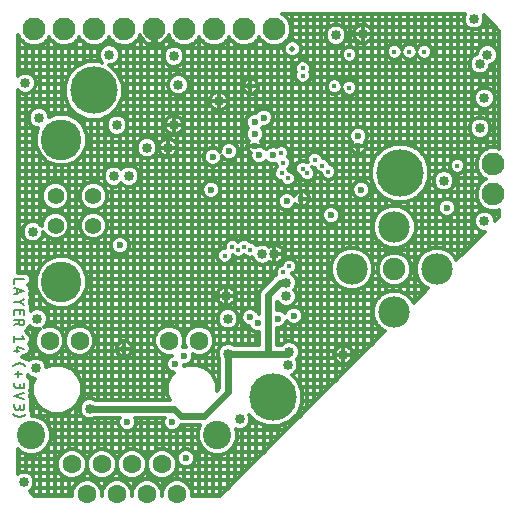
<source format=gbr>
G04 EAGLE Gerber RS-274X export*
G75*
%MOMM*%
%FSLAX34Y34*%
%LPD*%
%INCopper Layer 14*%
%IPPOS*%
%AMOC8*
5,1,8,0,0,1.08239X$1,22.5*%
G01*
%ADD10C,0.177800*%
%ADD11C,1.422400*%
%ADD12C,3.450000*%
%ADD13C,2.400300*%
%ADD14C,1.600000*%
%ADD15C,1.905000*%
%ADD16C,2.667000*%
%ADD17C,1.930400*%
%ADD18C,0.850000*%
%ADD19C,0.600000*%
%ADD20C,4.013200*%
%ADD21C,0.400000*%
%ADD22C,0.304800*%
%ADD23C,0.609600*%
%ADD24C,0.403200*%
%ADD25C,0.504800*%


D10*
X16891Y194691D02*
X8509Y194691D01*
X8509Y190966D01*
X8509Y187566D02*
X16891Y184772D01*
X8509Y181978D01*
X10605Y182676D02*
X10605Y186867D01*
X16891Y178422D02*
X12933Y175628D01*
X16891Y172834D01*
X12933Y175628D02*
X8509Y175628D01*
X8509Y168478D02*
X8509Y164753D01*
X8509Y168478D02*
X16891Y168478D01*
X16891Y164753D01*
X13166Y165684D02*
X13166Y168478D01*
X16891Y160489D02*
X8509Y160489D01*
X16891Y160489D02*
X16891Y158160D01*
X16889Y158065D01*
X16883Y157970D01*
X16874Y157876D01*
X16860Y157782D01*
X16843Y157688D01*
X16822Y157596D01*
X16797Y157504D01*
X16768Y157414D01*
X16736Y157324D01*
X16700Y157236D01*
X16660Y157150D01*
X16618Y157065D01*
X16571Y156982D01*
X16521Y156901D01*
X16468Y156823D01*
X16412Y156746D01*
X16353Y156672D01*
X16291Y156600D01*
X16226Y156531D01*
X16158Y156464D01*
X16088Y156401D01*
X16014Y156340D01*
X15939Y156282D01*
X15861Y156228D01*
X15781Y156176D01*
X15699Y156128D01*
X15616Y156084D01*
X15530Y156042D01*
X15443Y156005D01*
X15354Y155971D01*
X15264Y155940D01*
X15173Y155913D01*
X15081Y155890D01*
X14988Y155871D01*
X14894Y155856D01*
X14800Y155844D01*
X14705Y155836D01*
X14610Y155832D01*
X14516Y155832D01*
X14421Y155836D01*
X14326Y155844D01*
X14232Y155856D01*
X14138Y155871D01*
X14045Y155890D01*
X13953Y155913D01*
X13862Y155940D01*
X13772Y155971D01*
X13683Y156005D01*
X13596Y156042D01*
X13510Y156084D01*
X13427Y156128D01*
X13345Y156176D01*
X13265Y156228D01*
X13187Y156282D01*
X13112Y156340D01*
X13038Y156401D01*
X12968Y156464D01*
X12900Y156531D01*
X12835Y156600D01*
X12773Y156672D01*
X12714Y156746D01*
X12658Y156823D01*
X12605Y156901D01*
X12555Y156982D01*
X12508Y157065D01*
X12466Y157150D01*
X12426Y157236D01*
X12390Y157324D01*
X12358Y157414D01*
X12329Y157504D01*
X12304Y157596D01*
X12283Y157688D01*
X12266Y157782D01*
X12252Y157876D01*
X12243Y157970D01*
X12237Y158065D01*
X12235Y158160D01*
X12234Y158160D02*
X12234Y160489D01*
X12234Y157695D02*
X8509Y155832D01*
X15028Y146562D02*
X16891Y144233D01*
X8509Y144233D01*
X8509Y141905D02*
X8509Y146562D01*
X10372Y137418D02*
X16891Y135555D01*
X10372Y137418D02*
X10372Y132761D01*
X12234Y134158D02*
X8509Y134158D01*
X12700Y123487D02*
X12892Y123485D01*
X13083Y123478D01*
X13275Y123466D01*
X13466Y123450D01*
X13657Y123429D01*
X13847Y123404D01*
X14036Y123374D01*
X14225Y123340D01*
X14413Y123301D01*
X14600Y123257D01*
X14786Y123209D01*
X14970Y123157D01*
X15153Y123100D01*
X15335Y123039D01*
X15515Y122974D01*
X15694Y122904D01*
X15871Y122830D01*
X16046Y122751D01*
X16219Y122669D01*
X16390Y122582D01*
X16559Y122491D01*
X16726Y122396D01*
X16890Y122297D01*
X17052Y122195D01*
X17212Y122088D01*
X17369Y121978D01*
X17523Y121863D01*
X17674Y121746D01*
X17823Y121624D01*
X12700Y123487D02*
X12508Y123485D01*
X12317Y123478D01*
X12125Y123466D01*
X11934Y123450D01*
X11743Y123429D01*
X11553Y123404D01*
X11364Y123374D01*
X11175Y123340D01*
X10987Y123301D01*
X10800Y123257D01*
X10614Y123209D01*
X10430Y123157D01*
X10247Y123100D01*
X10065Y123039D01*
X9885Y122974D01*
X9706Y122904D01*
X9529Y122830D01*
X9354Y122751D01*
X9181Y122669D01*
X9010Y122582D01*
X8841Y122491D01*
X8674Y122396D01*
X8510Y122297D01*
X8348Y122195D01*
X8188Y122088D01*
X8031Y121978D01*
X7877Y121863D01*
X7726Y121746D01*
X7577Y121624D01*
X11769Y117462D02*
X11769Y111874D01*
X8975Y114668D02*
X14563Y114668D01*
X8509Y107243D02*
X8509Y104914D01*
X8511Y104819D01*
X8517Y104724D01*
X8526Y104630D01*
X8540Y104536D01*
X8557Y104442D01*
X8578Y104350D01*
X8603Y104258D01*
X8632Y104168D01*
X8664Y104078D01*
X8700Y103990D01*
X8740Y103904D01*
X8782Y103819D01*
X8829Y103736D01*
X8879Y103655D01*
X8932Y103577D01*
X8988Y103500D01*
X9047Y103426D01*
X9109Y103354D01*
X9174Y103285D01*
X9242Y103218D01*
X9312Y103155D01*
X9386Y103094D01*
X9461Y103036D01*
X9539Y102982D01*
X9619Y102930D01*
X9701Y102882D01*
X9784Y102838D01*
X9870Y102796D01*
X9957Y102759D01*
X10046Y102725D01*
X10136Y102694D01*
X10227Y102667D01*
X10319Y102644D01*
X10412Y102625D01*
X10506Y102610D01*
X10600Y102598D01*
X10695Y102590D01*
X10790Y102586D01*
X10884Y102586D01*
X10979Y102590D01*
X11074Y102598D01*
X11168Y102610D01*
X11262Y102625D01*
X11355Y102644D01*
X11447Y102667D01*
X11538Y102694D01*
X11628Y102725D01*
X11717Y102759D01*
X11804Y102796D01*
X11890Y102838D01*
X11973Y102882D01*
X12055Y102930D01*
X12135Y102982D01*
X12213Y103036D01*
X12288Y103094D01*
X12362Y103155D01*
X12432Y103218D01*
X12500Y103285D01*
X12565Y103354D01*
X12627Y103426D01*
X12686Y103500D01*
X12742Y103577D01*
X12795Y103655D01*
X12845Y103736D01*
X12892Y103819D01*
X12934Y103904D01*
X12974Y103990D01*
X13010Y104078D01*
X13042Y104168D01*
X13071Y104258D01*
X13096Y104350D01*
X13117Y104442D01*
X13134Y104536D01*
X13148Y104630D01*
X13157Y104724D01*
X13163Y104819D01*
X13165Y104914D01*
X16891Y104449D02*
X16891Y107243D01*
X16891Y104449D02*
X16889Y104364D01*
X16883Y104280D01*
X16874Y104195D01*
X16860Y104112D01*
X16843Y104029D01*
X16822Y103946D01*
X16797Y103865D01*
X16769Y103785D01*
X16737Y103707D01*
X16701Y103630D01*
X16662Y103554D01*
X16620Y103481D01*
X16574Y103410D01*
X16525Y103340D01*
X16473Y103273D01*
X16418Y103209D01*
X16360Y103147D01*
X16300Y103087D01*
X16236Y103031D01*
X16171Y102977D01*
X16102Y102927D01*
X16032Y102880D01*
X15959Y102836D01*
X15885Y102795D01*
X15809Y102758D01*
X15731Y102724D01*
X15652Y102694D01*
X15571Y102667D01*
X15490Y102644D01*
X15407Y102625D01*
X15324Y102610D01*
X15240Y102598D01*
X15155Y102590D01*
X15070Y102586D01*
X14986Y102586D01*
X14901Y102590D01*
X14816Y102598D01*
X14732Y102610D01*
X14649Y102625D01*
X14566Y102644D01*
X14485Y102667D01*
X14404Y102694D01*
X14325Y102724D01*
X14247Y102758D01*
X14171Y102795D01*
X14096Y102836D01*
X14024Y102880D01*
X13954Y102927D01*
X13885Y102977D01*
X13820Y103031D01*
X13756Y103087D01*
X13696Y103147D01*
X13638Y103209D01*
X13583Y103273D01*
X13531Y103340D01*
X13482Y103410D01*
X13436Y103481D01*
X13394Y103554D01*
X13355Y103630D01*
X13319Y103707D01*
X13287Y103785D01*
X13259Y103865D01*
X13234Y103946D01*
X13213Y104029D01*
X13196Y104112D01*
X13182Y104195D01*
X13173Y104280D01*
X13167Y104364D01*
X13165Y104449D01*
X13166Y104449D02*
X13166Y106311D01*
X16891Y98564D02*
X8509Y95770D01*
X16891Y92976D01*
X8509Y88955D02*
X8509Y86626D01*
X8511Y86531D01*
X8517Y86436D01*
X8526Y86342D01*
X8540Y86248D01*
X8557Y86154D01*
X8578Y86062D01*
X8603Y85970D01*
X8632Y85880D01*
X8664Y85790D01*
X8700Y85702D01*
X8740Y85616D01*
X8782Y85531D01*
X8829Y85448D01*
X8879Y85367D01*
X8932Y85289D01*
X8988Y85212D01*
X9047Y85138D01*
X9109Y85066D01*
X9174Y84997D01*
X9242Y84930D01*
X9312Y84867D01*
X9386Y84806D01*
X9461Y84748D01*
X9539Y84694D01*
X9619Y84642D01*
X9701Y84594D01*
X9784Y84550D01*
X9870Y84508D01*
X9957Y84471D01*
X10046Y84437D01*
X10136Y84406D01*
X10227Y84379D01*
X10319Y84356D01*
X10412Y84337D01*
X10506Y84322D01*
X10600Y84310D01*
X10695Y84302D01*
X10790Y84298D01*
X10884Y84298D01*
X10979Y84302D01*
X11074Y84310D01*
X11168Y84322D01*
X11262Y84337D01*
X11355Y84356D01*
X11447Y84379D01*
X11538Y84406D01*
X11628Y84437D01*
X11717Y84471D01*
X11804Y84508D01*
X11890Y84550D01*
X11973Y84594D01*
X12055Y84642D01*
X12135Y84694D01*
X12213Y84748D01*
X12288Y84806D01*
X12362Y84867D01*
X12432Y84930D01*
X12500Y84997D01*
X12565Y85066D01*
X12627Y85138D01*
X12686Y85212D01*
X12742Y85289D01*
X12795Y85367D01*
X12845Y85448D01*
X12892Y85531D01*
X12934Y85616D01*
X12974Y85702D01*
X13010Y85790D01*
X13042Y85880D01*
X13071Y85970D01*
X13096Y86062D01*
X13117Y86154D01*
X13134Y86248D01*
X13148Y86342D01*
X13157Y86436D01*
X13163Y86531D01*
X13165Y86626D01*
X16891Y86161D02*
X16891Y88955D01*
X16891Y86161D02*
X16889Y86076D01*
X16883Y85992D01*
X16874Y85907D01*
X16860Y85824D01*
X16843Y85741D01*
X16822Y85658D01*
X16797Y85577D01*
X16769Y85497D01*
X16737Y85419D01*
X16701Y85342D01*
X16662Y85266D01*
X16620Y85193D01*
X16574Y85122D01*
X16525Y85052D01*
X16473Y84985D01*
X16418Y84921D01*
X16360Y84859D01*
X16300Y84799D01*
X16236Y84743D01*
X16171Y84689D01*
X16102Y84639D01*
X16032Y84592D01*
X15959Y84548D01*
X15885Y84507D01*
X15809Y84470D01*
X15731Y84436D01*
X15652Y84406D01*
X15571Y84379D01*
X15490Y84356D01*
X15407Y84337D01*
X15324Y84322D01*
X15240Y84310D01*
X15155Y84302D01*
X15070Y84298D01*
X14986Y84298D01*
X14901Y84302D01*
X14816Y84310D01*
X14732Y84322D01*
X14649Y84337D01*
X14566Y84356D01*
X14485Y84379D01*
X14404Y84406D01*
X14325Y84436D01*
X14247Y84470D01*
X14171Y84507D01*
X14096Y84548D01*
X14024Y84592D01*
X13954Y84639D01*
X13885Y84689D01*
X13820Y84743D01*
X13756Y84799D01*
X13696Y84859D01*
X13638Y84921D01*
X13583Y84985D01*
X13531Y85052D01*
X13482Y85122D01*
X13436Y85193D01*
X13394Y85266D01*
X13355Y85342D01*
X13319Y85419D01*
X13287Y85497D01*
X13259Y85577D01*
X13234Y85658D01*
X13213Y85741D01*
X13196Y85824D01*
X13182Y85907D01*
X13173Y85992D01*
X13167Y86076D01*
X13165Y86161D01*
X13166Y86161D02*
X13166Y88023D01*
X7577Y80280D02*
X7726Y80158D01*
X7877Y80041D01*
X8031Y79926D01*
X8188Y79816D01*
X8348Y79709D01*
X8510Y79607D01*
X8674Y79508D01*
X8841Y79413D01*
X9010Y79322D01*
X9181Y79235D01*
X9354Y79153D01*
X9529Y79074D01*
X9706Y79000D01*
X9885Y78930D01*
X10065Y78865D01*
X10247Y78804D01*
X10430Y78747D01*
X10614Y78695D01*
X10800Y78647D01*
X10987Y78603D01*
X11175Y78564D01*
X11364Y78530D01*
X11553Y78500D01*
X11743Y78475D01*
X11934Y78454D01*
X12125Y78438D01*
X12316Y78426D01*
X12508Y78419D01*
X12700Y78417D01*
X12892Y78419D01*
X13084Y78426D01*
X13275Y78438D01*
X13466Y78454D01*
X13657Y78475D01*
X13847Y78500D01*
X14036Y78530D01*
X14225Y78564D01*
X14413Y78603D01*
X14600Y78647D01*
X14786Y78695D01*
X14970Y78747D01*
X15153Y78804D01*
X15335Y78865D01*
X15515Y78930D01*
X15694Y79000D01*
X15871Y79074D01*
X16046Y79153D01*
X16219Y79235D01*
X16390Y79322D01*
X16559Y79413D01*
X16726Y79508D01*
X16890Y79607D01*
X17052Y79709D01*
X17212Y79816D01*
X17369Y79926D01*
X17523Y80041D01*
X17674Y80158D01*
X17823Y80280D01*
D11*
X75260Y265230D03*
X75260Y240230D03*
X43260Y240230D03*
X43260Y265230D03*
D12*
X48260Y192530D03*
X48260Y312930D03*
D13*
X22860Y62738D03*
X180340Y62738D03*
D14*
X38227Y142748D03*
X63627Y142748D03*
X139573Y142748D03*
X164973Y142748D03*
X57150Y38100D03*
X69850Y12700D03*
X82550Y38100D03*
X95250Y12700D03*
X107950Y38100D03*
X120650Y12700D03*
X133350Y38100D03*
X146050Y12700D03*
D15*
X330200Y203200D03*
D16*
X366261Y203200D03*
X330200Y239261D03*
X294139Y203200D03*
X330200Y167139D03*
D17*
X414020Y292100D03*
X414020Y266700D03*
X76200Y406400D03*
X101600Y406400D03*
X127000Y406400D03*
X152400Y406400D03*
X177800Y406400D03*
X203200Y406400D03*
X228600Y406400D03*
X50800Y406400D03*
X25400Y406400D03*
D18*
X17780Y360680D03*
X120650Y306070D03*
D19*
X212090Y317500D03*
X219710Y331470D03*
D18*
X402590Y322580D03*
X143510Y383540D03*
D19*
X299636Y316314D03*
X238931Y260794D03*
X175260Y270510D03*
X97790Y223520D03*
X276860Y248920D03*
D18*
X189230Y161290D03*
X218440Y215900D03*
X238760Y180340D03*
D19*
X245110Y163830D03*
X231600Y161290D03*
D18*
X240030Y121920D03*
X406400Y243840D03*
X199390Y76200D03*
X26670Y119380D03*
X16510Y22860D03*
X24130Y234950D03*
X27940Y161290D03*
X397510Y415290D03*
X408940Y384810D03*
X280670Y401320D03*
X147320Y359410D03*
X95250Y325120D03*
X29210Y331470D03*
X92710Y281940D03*
X105410Y281940D03*
X88900Y384810D03*
X402590Y377190D03*
X406400Y347980D03*
X372110Y278130D03*
D20*
X75692Y354584D03*
X335026Y284734D03*
X227330Y94996D03*
D19*
X212090Y327660D03*
X374650Y255270D03*
D21*
X186690Y214630D03*
D19*
X302260Y270510D03*
D21*
X234471Y301469D03*
X193040Y222250D03*
X236220Y293370D03*
X198120Y219710D03*
X203200Y222250D03*
X234950Y284480D03*
D22*
X50799Y145249D02*
X50799Y140247D01*
X50799Y145249D02*
X48885Y149869D01*
X45348Y153406D01*
X40728Y155320D01*
X35726Y155320D01*
X33541Y154415D01*
X35419Y156293D01*
X36762Y159535D01*
X36762Y163045D01*
X35419Y166287D01*
X32937Y168769D01*
X29695Y170112D01*
X26185Y170112D01*
X22943Y168769D01*
X22352Y168178D01*
X22352Y170740D01*
X22203Y170889D01*
X22657Y171532D01*
X21951Y175628D01*
X22657Y179723D01*
X21507Y181351D01*
X21949Y182676D01*
X22787Y184352D01*
X22647Y184772D01*
X22787Y185191D01*
X21949Y186867D01*
X21356Y188644D01*
X20961Y188842D01*
X20764Y189237D01*
X19561Y189638D01*
X22352Y192429D01*
X22352Y196953D01*
X19153Y200152D01*
X11430Y200152D01*
X11430Y354554D01*
X12783Y353201D01*
X16025Y351858D01*
X19535Y351858D01*
X22777Y353201D01*
X25259Y355683D01*
X26602Y358925D01*
X26602Y362435D01*
X25259Y365677D01*
X22777Y368159D01*
X19535Y369502D01*
X16025Y369502D01*
X12783Y368159D01*
X11430Y366806D01*
X11430Y401320D01*
X11910Y401800D01*
X13341Y398343D01*
X17343Y394341D01*
X22571Y392176D01*
X28229Y392176D01*
X33457Y394341D01*
X37459Y398343D01*
X38100Y399891D01*
X38741Y398343D01*
X42743Y394341D01*
X47971Y392176D01*
X53629Y392176D01*
X58857Y394341D01*
X62859Y398343D01*
X63500Y399891D01*
X64141Y398343D01*
X68143Y394341D01*
X73371Y392176D01*
X79029Y392176D01*
X84257Y394341D01*
X88259Y398343D01*
X88900Y399891D01*
X89541Y398343D01*
X93543Y394341D01*
X98771Y392176D01*
X104429Y392176D01*
X109657Y394341D01*
X113659Y398343D01*
X114851Y401221D01*
X115731Y399494D01*
X116950Y397816D01*
X118416Y396350D01*
X120094Y395131D01*
X121942Y394189D01*
X123915Y393548D01*
X125963Y393224D01*
X125984Y393224D01*
X125984Y405384D01*
X128016Y405384D01*
X128016Y393224D01*
X128037Y393224D01*
X130085Y393548D01*
X132058Y394189D01*
X133906Y395131D01*
X135584Y396350D01*
X137050Y397816D01*
X138269Y399494D01*
X139149Y401221D01*
X140341Y398343D01*
X144343Y394341D01*
X149571Y392176D01*
X155229Y392176D01*
X160457Y394341D01*
X164459Y398343D01*
X165100Y399891D01*
X165741Y398343D01*
X169743Y394341D01*
X174971Y392176D01*
X180629Y392176D01*
X185857Y394341D01*
X189859Y398343D01*
X190500Y399891D01*
X191141Y398343D01*
X195143Y394341D01*
X200371Y392176D01*
X206029Y392176D01*
X211257Y394341D01*
X215259Y398343D01*
X215900Y399891D01*
X216541Y398343D01*
X220543Y394341D01*
X225771Y392176D01*
X231429Y392176D01*
X236657Y394341D01*
X240659Y398343D01*
X242824Y403571D01*
X242824Y409229D01*
X240659Y414457D01*
X236657Y418459D01*
X235109Y419100D01*
X389539Y419100D01*
X388688Y417045D01*
X388688Y413535D01*
X390031Y410293D01*
X392513Y407811D01*
X395755Y406468D01*
X399265Y406468D01*
X402507Y407811D01*
X404989Y410293D01*
X406332Y413535D01*
X406332Y417045D01*
X405729Y418501D01*
X419100Y405130D01*
X419100Y305392D01*
X416849Y306324D01*
X411191Y306324D01*
X405963Y304159D01*
X401961Y300157D01*
X399796Y294929D01*
X399796Y289271D01*
X401961Y284043D01*
X405963Y280041D01*
X407511Y279400D01*
X405963Y278759D01*
X401961Y274757D01*
X399796Y269529D01*
X399796Y263871D01*
X401961Y258643D01*
X405963Y254641D01*
X411191Y252476D01*
X416849Y252476D01*
X419100Y253408D01*
X419100Y247650D01*
X415222Y243772D01*
X415222Y245595D01*
X413879Y248837D01*
X411397Y251319D01*
X408155Y252662D01*
X404645Y252662D01*
X401403Y251319D01*
X398921Y248837D01*
X397578Y245595D01*
X397578Y242085D01*
X398921Y238843D01*
X401403Y236361D01*
X404645Y235018D01*
X406468Y235018D01*
X382424Y210974D01*
X381442Y213343D01*
X376405Y218381D01*
X369823Y221107D01*
X362699Y221107D01*
X356118Y218381D01*
X351080Y213343D01*
X348354Y206762D01*
X348354Y199638D01*
X351080Y193057D01*
X356118Y188019D01*
X358488Y187038D01*
X346362Y174912D01*
X345381Y177282D01*
X340343Y182320D01*
X333762Y185046D01*
X326638Y185046D01*
X320057Y182320D01*
X315019Y177282D01*
X312293Y170701D01*
X312293Y163577D01*
X315019Y156995D01*
X320057Y151958D01*
X322426Y150976D01*
X182880Y11430D01*
X158622Y11430D01*
X158622Y15201D01*
X156708Y19821D01*
X153171Y23358D01*
X148551Y25272D01*
X143549Y25272D01*
X138929Y23358D01*
X135392Y19821D01*
X133478Y15201D01*
X133478Y11430D01*
X133222Y11430D01*
X133222Y15201D01*
X131308Y19821D01*
X127771Y23358D01*
X123151Y25272D01*
X118149Y25272D01*
X113529Y23358D01*
X109992Y19821D01*
X108078Y15201D01*
X108078Y11430D01*
X107822Y11430D01*
X107822Y15201D01*
X105908Y19821D01*
X102371Y23358D01*
X97751Y25272D01*
X92749Y25272D01*
X88129Y23358D01*
X84592Y19821D01*
X82678Y15201D01*
X82678Y11430D01*
X82422Y11430D01*
X82422Y15201D01*
X80508Y19821D01*
X76971Y23358D01*
X72351Y25272D01*
X67349Y25272D01*
X62729Y23358D01*
X59192Y19821D01*
X57278Y15201D01*
X57278Y11430D01*
X25400Y11430D01*
X21466Y15364D01*
X21507Y15381D01*
X23989Y17863D01*
X25332Y21105D01*
X25332Y24615D01*
X23989Y27857D01*
X21507Y30339D01*
X18265Y31682D01*
X14755Y31682D01*
X11513Y30339D01*
X11430Y30256D01*
X11430Y50730D01*
X13472Y48688D01*
X19563Y46165D01*
X26157Y46165D01*
X32248Y48688D01*
X36910Y53350D01*
X39433Y59441D01*
X39433Y66035D01*
X36910Y72126D01*
X32248Y76788D01*
X26157Y79311D01*
X23219Y79311D01*
X23461Y82054D01*
X22195Y83565D01*
X22352Y83781D01*
X22352Y91217D01*
X22134Y91435D01*
X22787Y93395D01*
X21600Y95770D01*
X22787Y98145D01*
X21754Y101246D01*
X22352Y102069D01*
X22352Y109505D01*
X19737Y112119D01*
X20024Y112406D01*
X20024Y113550D01*
X21673Y111901D01*
X24915Y110558D01*
X25617Y110558D01*
X23622Y105743D01*
X23622Y97457D01*
X26793Y89802D01*
X32652Y83943D01*
X40307Y80772D01*
X48593Y80772D01*
X56248Y83943D01*
X62107Y89802D01*
X65278Y97457D01*
X65278Y105743D01*
X62107Y113398D01*
X56248Y119257D01*
X48593Y122428D01*
X40307Y122428D01*
X35492Y120433D01*
X35492Y121135D01*
X34149Y124377D01*
X31667Y126859D01*
X28425Y128202D01*
X24915Y128202D01*
X21673Y126859D01*
X20945Y126132D01*
X19516Y127330D01*
X15067Y128947D01*
X14747Y128947D01*
X15945Y130146D01*
X17566Y129683D01*
X21520Y131880D01*
X22763Y136230D01*
X20568Y140181D01*
X22069Y141382D01*
X22107Y141726D01*
X22352Y141971D01*
X22352Y143931D01*
X22568Y145879D01*
X22352Y146149D01*
X22352Y146495D01*
X20966Y147881D01*
X18319Y151190D01*
X19377Y151534D01*
X19377Y151534D01*
X21835Y154918D01*
X22943Y153811D01*
X26185Y152468D01*
X29695Y152468D01*
X30502Y152802D01*
X27569Y149869D01*
X25655Y145249D01*
X25655Y140247D01*
X27569Y135627D01*
X31106Y132090D01*
X35726Y130176D01*
X40728Y130176D01*
X45348Y132090D01*
X48885Y135627D01*
X50799Y140247D01*
X250936Y388479D02*
X250936Y391301D01*
X249856Y393910D01*
X247860Y395906D01*
X245251Y396986D01*
X242429Y396986D01*
X239820Y395906D01*
X237824Y393910D01*
X236744Y391301D01*
X236744Y388479D01*
X237824Y385870D01*
X239820Y383874D01*
X242429Y382794D01*
X245251Y382794D01*
X247860Y383874D01*
X249856Y385870D01*
X250936Y388479D01*
X261580Y289322D02*
X262734Y289322D01*
X263655Y287098D01*
X265508Y285245D01*
X267790Y284300D01*
X268735Y282018D01*
X270588Y280165D01*
X273010Y279162D01*
X275630Y279162D01*
X278052Y280165D01*
X279905Y282018D01*
X280908Y284440D01*
X280908Y287060D01*
X279905Y289482D01*
X278052Y291335D01*
X275770Y292280D01*
X274825Y294562D01*
X272972Y296415D01*
X270550Y297418D01*
X269396Y297418D01*
X268475Y299642D01*
X266622Y301495D01*
X264200Y302498D01*
X261580Y302498D01*
X259158Y301495D01*
X257305Y299642D01*
X256302Y297220D01*
X256302Y294600D01*
X256717Y293597D01*
X256453Y293861D01*
X254037Y294862D01*
X251423Y294862D01*
X249007Y293861D01*
X247159Y292013D01*
X246158Y289597D01*
X246158Y286983D01*
X247159Y284567D01*
X249007Y282719D01*
X250373Y282153D01*
X250955Y280748D01*
X252808Y278895D01*
X255230Y277892D01*
X257850Y277892D01*
X260272Y278895D01*
X262125Y280748D01*
X263128Y283170D01*
X263128Y285790D01*
X262125Y288212D01*
X260615Y289721D01*
X261580Y289322D01*
X176407Y113398D02*
X179578Y105743D01*
X176407Y113398D02*
X170548Y119257D01*
X162893Y122428D01*
X154607Y122428D01*
X152257Y121455D01*
X152352Y121684D01*
X152352Y122158D01*
X153906Y122158D01*
X156689Y123311D01*
X158819Y125441D01*
X159972Y128224D01*
X159972Y131212D01*
X162472Y130176D01*
X167474Y130176D01*
X172094Y132090D01*
X175631Y135627D01*
X177545Y140247D01*
X177545Y145249D01*
X175631Y149869D01*
X172094Y153406D01*
X167474Y155320D01*
X162472Y155320D01*
X157852Y153406D01*
X154315Y149869D01*
X152401Y145249D01*
X152401Y140247D01*
X153621Y137302D01*
X150925Y137302D01*
X152145Y140247D01*
X152145Y145249D01*
X150231Y149869D01*
X146694Y153406D01*
X142074Y155320D01*
X137072Y155320D01*
X132452Y153406D01*
X128915Y149869D01*
X127001Y145249D01*
X127001Y140247D01*
X128915Y135627D01*
X132452Y132090D01*
X137072Y130176D01*
X141859Y130176D01*
X140491Y129609D01*
X138361Y127479D01*
X137208Y124696D01*
X137208Y121684D01*
X138361Y118901D01*
X140491Y116771D01*
X143274Y115618D01*
X143313Y115618D01*
X141093Y113398D01*
X137922Y105743D01*
X137922Y97457D01*
X139888Y92710D01*
X77047Y92710D01*
X74145Y93912D01*
X70635Y93912D01*
X67393Y92569D01*
X64911Y90087D01*
X63568Y86845D01*
X63568Y83335D01*
X64911Y80093D01*
X67393Y77611D01*
X70635Y76268D01*
X74145Y76268D01*
X77047Y77470D01*
X97522Y77470D01*
X96568Y75166D01*
X96568Y72154D01*
X97721Y69371D01*
X99851Y67241D01*
X102634Y66088D01*
X105646Y66088D01*
X108429Y67241D01*
X110559Y69371D01*
X111712Y72154D01*
X111712Y75166D01*
X110758Y77470D01*
X135622Y77470D01*
X134668Y75166D01*
X134668Y72154D01*
X135821Y69371D01*
X137951Y67241D01*
X140734Y66088D01*
X143746Y66088D01*
X146529Y67241D01*
X148659Y69371D01*
X149384Y71120D01*
X165873Y71120D01*
X163767Y66035D01*
X163767Y59441D01*
X166290Y53350D01*
X170952Y48688D01*
X177043Y46165D01*
X183637Y46165D01*
X189728Y48688D01*
X194390Y53350D01*
X196913Y59441D01*
X196913Y66035D01*
X196092Y68017D01*
X197635Y67378D01*
X201145Y67378D01*
X204387Y68721D01*
X206869Y71203D01*
X208212Y74445D01*
X208212Y77955D01*
X207282Y80201D01*
X213374Y74109D01*
X222429Y70358D01*
X232231Y70358D01*
X241286Y74109D01*
X248217Y81040D01*
X251968Y90095D01*
X251968Y99897D01*
X248217Y108952D01*
X243402Y113768D01*
X245027Y114441D01*
X247509Y116923D01*
X248852Y120165D01*
X248852Y123675D01*
X247509Y126917D01*
X247426Y127000D01*
X248779Y128353D01*
X250122Y131595D01*
X250122Y135105D01*
X248779Y138347D01*
X246297Y140829D01*
X243055Y142172D01*
X239545Y142172D01*
X236303Y140829D01*
X234909Y139435D01*
X231140Y139435D01*
X231140Y153718D01*
X233106Y153718D01*
X235889Y154871D01*
X238019Y157001D01*
X238960Y159272D01*
X240821Y157411D01*
X243604Y156258D01*
X246616Y156258D01*
X249399Y157411D01*
X251529Y159541D01*
X252682Y162324D01*
X252682Y165336D01*
X251529Y168119D01*
X249399Y170249D01*
X246616Y171402D01*
X243604Y171402D01*
X240821Y170249D01*
X238691Y168119D01*
X237750Y165848D01*
X235889Y167709D01*
X233106Y168862D01*
X231140Y168862D01*
X231140Y175683D01*
X231281Y175343D01*
X233763Y172861D01*
X237005Y171518D01*
X240515Y171518D01*
X243757Y172861D01*
X246239Y175343D01*
X247582Y178585D01*
X247582Y182095D01*
X246239Y185337D01*
X245521Y186055D01*
X246239Y186773D01*
X247582Y190015D01*
X247582Y193525D01*
X246239Y196767D01*
X243757Y199249D01*
X243280Y199447D01*
X245023Y200169D01*
X246871Y202017D01*
X247872Y204433D01*
X247872Y207047D01*
X246871Y209463D01*
X245023Y211311D01*
X242607Y212312D01*
X239993Y212312D01*
X237577Y211311D01*
X235729Y209463D01*
X234782Y207178D01*
X232497Y206231D01*
X230649Y204383D01*
X229648Y201967D01*
X229648Y199353D01*
X230003Y198495D01*
X229364Y198230D01*
X217060Y185926D01*
X215900Y183126D01*
X215900Y165052D01*
X215444Y165052D01*
X214699Y166849D01*
X212569Y168979D01*
X209786Y170132D01*
X206774Y170132D01*
X203991Y168979D01*
X201861Y166849D01*
X200708Y164066D01*
X200708Y161054D01*
X201861Y158271D01*
X203991Y156141D01*
X206774Y154988D01*
X207466Y154988D01*
X208211Y153191D01*
X210341Y151061D01*
X213124Y149908D01*
X215900Y149908D01*
X215900Y139435D01*
X194152Y139435D01*
X191250Y140637D01*
X187740Y140637D01*
X184498Y139294D01*
X182016Y136812D01*
X180673Y133570D01*
X180673Y130060D01*
X181875Y127158D01*
X181875Y102481D01*
X179578Y100184D01*
X179578Y105743D01*
X184102Y296944D02*
X184102Y298674D01*
X186211Y296565D01*
X188994Y295412D01*
X192006Y295412D01*
X194789Y296565D01*
X196919Y298695D01*
X198072Y301478D01*
X198072Y304490D01*
X196919Y307273D01*
X194789Y309403D01*
X192006Y310556D01*
X188994Y310556D01*
X186211Y309403D01*
X184081Y307273D01*
X182928Y304490D01*
X182928Y302760D01*
X180819Y304869D01*
X178036Y306022D01*
X175024Y306022D01*
X172241Y304869D01*
X170111Y302739D01*
X168958Y299956D01*
X168958Y296944D01*
X170111Y294161D01*
X172241Y292031D01*
X175024Y290878D01*
X178036Y290878D01*
X180819Y292031D01*
X182949Y294161D01*
X184102Y296944D01*
X181610Y345440D02*
X181610Y353214D01*
X181610Y345440D02*
X181610Y345440D01*
X181610Y353214D01*
X180844Y353214D01*
X179342Y352915D01*
X177928Y352329D01*
X176654Y351478D01*
X175572Y350396D01*
X174721Y349122D01*
X174135Y347708D01*
X173836Y346206D01*
X173836Y345440D01*
X181610Y345440D01*
X181610Y345440D01*
X173836Y345440D01*
X173836Y344674D01*
X174135Y343172D01*
X174721Y341758D01*
X175572Y340484D01*
X176654Y339402D01*
X177928Y338551D01*
X179342Y337965D01*
X180844Y337666D01*
X181610Y337666D01*
X181610Y345440D01*
X181610Y345440D01*
X181610Y337666D01*
X182376Y337666D01*
X183878Y337965D01*
X185292Y338551D01*
X186566Y339402D01*
X187648Y340484D01*
X188499Y341758D01*
X189085Y343172D01*
X189384Y344674D01*
X189384Y345440D01*
X181610Y345440D01*
X181610Y345440D01*
X189384Y345440D01*
X189384Y346206D01*
X189085Y347708D01*
X188499Y349122D01*
X187648Y350396D01*
X186566Y351478D01*
X185292Y352329D01*
X183878Y352915D01*
X182376Y353214D01*
X181610Y353214D01*
X101600Y142414D02*
X101600Y135890D01*
X101600Y135890D01*
X101600Y142414D01*
X100957Y142414D01*
X99697Y142163D01*
X98510Y141671D01*
X97441Y140958D01*
X96532Y140049D01*
X95819Y138980D01*
X95327Y137793D01*
X95076Y136533D01*
X95076Y135890D01*
X101600Y135890D01*
X101600Y135890D01*
X95076Y135890D01*
X95076Y135247D01*
X95327Y133987D01*
X95819Y132800D01*
X96532Y131731D01*
X97441Y130822D01*
X98510Y130109D01*
X99697Y129617D01*
X100957Y129366D01*
X101600Y129366D01*
X101600Y135890D01*
X101600Y135890D01*
X101600Y129366D01*
X102243Y129366D01*
X103503Y129617D01*
X104690Y130109D01*
X105759Y130822D01*
X106668Y131731D01*
X107381Y132800D01*
X107873Y133987D01*
X108124Y135247D01*
X108124Y135890D01*
X101600Y135890D01*
X101600Y135890D01*
X108124Y135890D01*
X108124Y136533D01*
X107873Y137793D01*
X107381Y138980D01*
X106668Y140049D01*
X105759Y140958D01*
X104690Y141671D01*
X103503Y142163D01*
X102243Y142414D01*
X101600Y142414D01*
X187960Y180340D02*
X187960Y188114D01*
X187960Y180340D02*
X187960Y180340D01*
X187960Y188114D01*
X187194Y188114D01*
X185692Y187815D01*
X184278Y187229D01*
X183004Y186378D01*
X181922Y185296D01*
X181071Y184022D01*
X180485Y182608D01*
X180186Y181106D01*
X180186Y180340D01*
X187960Y180340D01*
X187960Y180340D01*
X180186Y180340D01*
X180186Y179574D01*
X180485Y178072D01*
X181071Y176658D01*
X181922Y175384D01*
X183004Y174302D01*
X184278Y173451D01*
X185692Y172865D01*
X187194Y172566D01*
X187960Y172566D01*
X187960Y180340D01*
X187960Y180340D01*
X187960Y172566D01*
X188726Y172566D01*
X190228Y172865D01*
X191642Y173451D01*
X192916Y174302D01*
X193998Y175384D01*
X194849Y176658D01*
X195435Y178072D01*
X195734Y179574D01*
X195734Y180340D01*
X187960Y180340D01*
X187960Y180340D01*
X195734Y180340D01*
X195734Y181106D01*
X195435Y182608D01*
X194849Y184022D01*
X193998Y185296D01*
X192916Y186378D01*
X191642Y187229D01*
X190228Y187815D01*
X188726Y188114D01*
X187960Y188114D01*
X299077Y300816D02*
X299720Y300816D01*
X299720Y307340D01*
X299720Y307340D01*
X299720Y300816D01*
X300363Y300816D01*
X301623Y301067D01*
X302810Y301559D01*
X303879Y302272D01*
X304788Y303181D01*
X305501Y304250D01*
X305993Y305437D01*
X306244Y306697D01*
X306244Y307340D01*
X299720Y307340D01*
X299720Y307340D01*
X306244Y307340D01*
X306244Y307983D01*
X305993Y309243D01*
X305501Y310430D01*
X305085Y311054D01*
X306056Y312024D01*
X307208Y314807D01*
X307208Y317820D01*
X306056Y320603D01*
X303926Y322733D01*
X301143Y323886D01*
X298130Y323886D01*
X295347Y322733D01*
X293217Y320603D01*
X292064Y317820D01*
X292064Y314807D01*
X293217Y312024D01*
X294288Y310953D01*
X293939Y310430D01*
X293447Y309243D01*
X293196Y307983D01*
X293196Y307340D01*
X299720Y307340D01*
X299720Y307340D01*
X293196Y307340D01*
X293196Y306697D01*
X293447Y305437D01*
X293939Y304250D01*
X294652Y303181D01*
X295561Y302272D01*
X296630Y301559D01*
X297817Y301067D01*
X299077Y300816D01*
X138430Y306070D02*
X138430Y313844D01*
X138430Y306070D02*
X138430Y306070D01*
X138430Y313844D01*
X137664Y313844D01*
X136162Y313545D01*
X134748Y312959D01*
X133474Y312108D01*
X132392Y311026D01*
X131541Y309752D01*
X130955Y308338D01*
X130656Y306836D01*
X130656Y306070D01*
X138430Y306070D01*
X138430Y306070D01*
X130656Y306070D01*
X130656Y305304D01*
X130955Y303802D01*
X131541Y302388D01*
X132392Y301114D01*
X133474Y300032D01*
X134748Y299181D01*
X136162Y298595D01*
X137664Y298296D01*
X138430Y298296D01*
X138430Y306070D01*
X138430Y306070D01*
X138430Y298296D01*
X139196Y298296D01*
X140698Y298595D01*
X142112Y299181D01*
X143386Y300032D01*
X144468Y301114D01*
X145319Y302388D01*
X145905Y303802D01*
X146204Y305304D01*
X146204Y306070D01*
X138430Y306070D01*
X138430Y306070D01*
X146204Y306070D01*
X146204Y306836D01*
X145905Y308338D01*
X145319Y309752D01*
X144468Y311026D01*
X143386Y312108D01*
X142112Y312959D01*
X140698Y313545D01*
X139196Y313844D01*
X138430Y313844D01*
X380932Y279885D02*
X380932Y276375D01*
X380932Y279885D02*
X379589Y283127D01*
X377107Y285609D01*
X373865Y286952D01*
X370355Y286952D01*
X367113Y285609D01*
X364631Y283127D01*
X363288Y279885D01*
X363288Y276375D01*
X364631Y273133D01*
X367113Y270651D01*
X370355Y269308D01*
X373865Y269308D01*
X377107Y270651D01*
X379589Y273133D01*
X380932Y276375D01*
X415222Y346225D02*
X415222Y349735D01*
X413879Y352977D01*
X411397Y355459D01*
X408155Y356802D01*
X404645Y356802D01*
X401403Y355459D01*
X398921Y352977D01*
X397578Y349735D01*
X397578Y346225D01*
X398921Y342983D01*
X401403Y340501D01*
X404645Y339158D01*
X408155Y339158D01*
X411397Y340501D01*
X413879Y342983D01*
X415222Y346225D01*
X198052Y163045D02*
X198052Y159535D01*
X198052Y163045D02*
X196709Y166287D01*
X194227Y168769D01*
X190985Y170112D01*
X187475Y170112D01*
X184233Y168769D01*
X181751Y166287D01*
X180408Y163045D01*
X180408Y159535D01*
X181751Y156293D01*
X184233Y153811D01*
X187475Y152468D01*
X190985Y152468D01*
X194227Y153811D01*
X196709Y156293D01*
X198052Y159535D01*
X284432Y247414D02*
X284432Y250426D01*
X283279Y253209D01*
X281149Y255339D01*
X278366Y256492D01*
X275354Y256492D01*
X272571Y255339D01*
X270441Y253209D01*
X269288Y250426D01*
X269288Y247414D01*
X270441Y244631D01*
X272571Y242501D01*
X275354Y241348D01*
X278366Y241348D01*
X281149Y242501D01*
X283279Y244631D01*
X284432Y247414D01*
X105362Y225026D02*
X105362Y222014D01*
X105362Y225026D02*
X104209Y227809D01*
X102079Y229939D01*
X99296Y231092D01*
X96284Y231092D01*
X93501Y229939D01*
X91371Y227809D01*
X90218Y225026D01*
X90218Y222014D01*
X91371Y219231D01*
X93501Y217101D01*
X96284Y215948D01*
X99296Y215948D01*
X102079Y217101D01*
X104209Y219231D01*
X105362Y222014D01*
X182832Y269004D02*
X182832Y272016D01*
X181679Y274799D01*
X179549Y276929D01*
X176766Y278082D01*
X173754Y278082D01*
X170971Y276929D01*
X168841Y274799D01*
X167688Y272016D01*
X167688Y269004D01*
X168841Y266221D01*
X170971Y264091D01*
X173754Y262938D01*
X176766Y262938D01*
X179549Y264091D01*
X181679Y266221D01*
X182832Y269004D01*
X152332Y381785D02*
X152332Y385295D01*
X150989Y388537D01*
X148507Y391019D01*
X145265Y392362D01*
X141755Y392362D01*
X138513Y391019D01*
X136031Y388537D01*
X134688Y385295D01*
X134688Y381785D01*
X136031Y378543D01*
X138513Y376061D01*
X141755Y374718D01*
X145265Y374718D01*
X148507Y376061D01*
X150989Y378543D01*
X152332Y381785D01*
X129472Y307825D02*
X129472Y304315D01*
X129472Y307825D02*
X128129Y311067D01*
X125647Y313549D01*
X122405Y314892D01*
X118895Y314892D01*
X115653Y313549D01*
X113171Y311067D01*
X111828Y307825D01*
X111828Y304315D01*
X113171Y301073D01*
X115653Y298591D01*
X118895Y297248D01*
X122405Y297248D01*
X125647Y298591D01*
X128129Y301073D01*
X129472Y304315D01*
X312046Y206762D02*
X312046Y199638D01*
X312046Y206762D02*
X309320Y213343D01*
X304282Y218381D01*
X297701Y221107D01*
X290577Y221107D01*
X283995Y218381D01*
X278958Y213343D01*
X276232Y206762D01*
X276232Y199638D01*
X278958Y193057D01*
X283995Y188019D01*
X290577Y185293D01*
X297701Y185293D01*
X304282Y188019D01*
X309320Y193057D01*
X312046Y199638D01*
X344297Y200396D02*
X344297Y206004D01*
X342151Y211185D01*
X338185Y215151D01*
X333004Y217297D01*
X327396Y217297D01*
X322215Y215151D01*
X318249Y211185D01*
X316103Y206004D01*
X316103Y200396D01*
X318249Y195215D01*
X322215Y191249D01*
X327396Y189103D01*
X333004Y189103D01*
X338185Y191249D01*
X342151Y195215D01*
X344297Y200396D01*
X145922Y40601D02*
X145922Y35599D01*
X145922Y40601D02*
X144008Y45221D01*
X140471Y48758D01*
X135851Y50672D01*
X130849Y50672D01*
X126229Y48758D01*
X122692Y45221D01*
X120778Y40601D01*
X120778Y35599D01*
X122692Y30979D01*
X126229Y27442D01*
X130849Y25528D01*
X135851Y25528D01*
X140471Y27442D01*
X144008Y30979D01*
X145922Y35599D01*
X95122Y35599D02*
X95122Y40601D01*
X93208Y45221D01*
X89671Y48758D01*
X85051Y50672D01*
X80049Y50672D01*
X75429Y48758D01*
X71892Y45221D01*
X69978Y40601D01*
X69978Y35599D01*
X71892Y30979D01*
X75429Y27442D01*
X80049Y25528D01*
X85051Y25528D01*
X89671Y27442D01*
X93208Y30979D01*
X95122Y35599D01*
X86944Y262906D02*
X86944Y267554D01*
X85165Y271848D01*
X81878Y275135D01*
X77584Y276914D01*
X72936Y276914D01*
X68642Y275135D01*
X65355Y271848D01*
X63576Y267554D01*
X63576Y262906D01*
X65355Y258612D01*
X68642Y255325D01*
X72936Y253546D01*
X77584Y253546D01*
X81878Y255325D01*
X85165Y258612D01*
X86944Y262906D01*
X86944Y242554D02*
X86944Y237906D01*
X86944Y242554D02*
X85165Y246848D01*
X81878Y250135D01*
X77584Y251914D01*
X72936Y251914D01*
X68642Y250135D01*
X65355Y246848D01*
X63576Y242554D01*
X63576Y237906D01*
X65355Y233612D01*
X68642Y230325D01*
X72936Y228546D01*
X77584Y228546D01*
X81878Y230325D01*
X85165Y233612D01*
X86944Y237906D01*
X54944Y237906D02*
X54944Y242554D01*
X53165Y246848D01*
X49878Y250135D01*
X45584Y251914D01*
X40936Y251914D01*
X36642Y250135D01*
X33355Y246848D01*
X31576Y242554D01*
X31576Y239980D01*
X29127Y242429D01*
X25885Y243772D01*
X22375Y243772D01*
X19133Y242429D01*
X16651Y239947D01*
X15308Y236705D01*
X15308Y233195D01*
X16651Y229953D01*
X19133Y227471D01*
X22375Y226128D01*
X25885Y226128D01*
X29127Y227471D01*
X31609Y229953D01*
X32952Y233195D01*
X32952Y234584D01*
X33355Y233612D01*
X36642Y230325D01*
X40936Y228546D01*
X45584Y228546D01*
X49878Y230325D01*
X53165Y233612D01*
X54944Y237906D01*
X54944Y262906D02*
X54944Y267554D01*
X53165Y271848D01*
X49878Y275135D01*
X45584Y276914D01*
X40936Y276914D01*
X36642Y275135D01*
X33355Y271848D01*
X31576Y267554D01*
X31576Y262906D01*
X33355Y258612D01*
X36642Y255325D01*
X40936Y253546D01*
X45584Y253546D01*
X49878Y255325D01*
X53165Y258612D01*
X54944Y262906D01*
X70082Y196871D02*
X70082Y188189D01*
X70082Y196871D02*
X66760Y204891D01*
X60621Y211030D01*
X52601Y214352D01*
X43919Y214352D01*
X35899Y211030D01*
X29760Y204891D01*
X26438Y196871D01*
X26438Y188189D01*
X29760Y180169D01*
X35899Y174030D01*
X43919Y170708D01*
X52601Y170708D01*
X60621Y174030D01*
X66760Y180169D01*
X70082Y188189D01*
X70082Y308589D02*
X70082Y317271D01*
X66760Y325291D01*
X60621Y331430D01*
X52601Y334752D01*
X43919Y334752D01*
X38032Y332313D01*
X38032Y333225D01*
X36689Y336467D01*
X34207Y338949D01*
X30965Y340292D01*
X27455Y340292D01*
X24213Y338949D01*
X21731Y336467D01*
X20388Y333225D01*
X20388Y329715D01*
X21731Y326473D01*
X24213Y323991D01*
X27455Y322648D01*
X28665Y322648D01*
X26438Y317271D01*
X26438Y308589D01*
X29760Y300569D01*
X35899Y294430D01*
X43919Y291108D01*
X52601Y291108D01*
X60621Y294430D01*
X66760Y300569D01*
X70082Y308589D01*
X76199Y145249D02*
X76199Y140247D01*
X76199Y145249D02*
X74285Y149869D01*
X70748Y153406D01*
X66128Y155320D01*
X61126Y155320D01*
X56506Y153406D01*
X52969Y149869D01*
X51055Y145249D01*
X51055Y140247D01*
X52969Y135627D01*
X56506Y132090D01*
X61126Y130176D01*
X66128Y130176D01*
X70748Y132090D01*
X74285Y135627D01*
X76199Y140247D01*
X69722Y40601D02*
X69722Y35599D01*
X69722Y40601D02*
X67808Y45221D01*
X64271Y48758D01*
X59651Y50672D01*
X54649Y50672D01*
X50029Y48758D01*
X46492Y45221D01*
X44578Y40601D01*
X44578Y35599D01*
X46492Y30979D01*
X50029Y27442D01*
X54649Y25528D01*
X59651Y25528D01*
X64271Y27442D01*
X67808Y30979D01*
X69722Y35599D01*
X120522Y35599D02*
X120522Y40601D01*
X118608Y45221D01*
X115071Y48758D01*
X110451Y50672D01*
X105449Y50672D01*
X100829Y48758D01*
X97292Y45221D01*
X95378Y40601D01*
X95378Y35599D01*
X97292Y30979D01*
X100829Y27442D01*
X105449Y25528D01*
X110451Y25528D01*
X115071Y27442D01*
X118608Y30979D01*
X120522Y35599D01*
X348107Y235699D02*
X348107Y242823D01*
X345381Y249405D01*
X340343Y254442D01*
X333762Y257168D01*
X326638Y257168D01*
X320057Y254442D01*
X315019Y249405D01*
X312293Y242823D01*
X312293Y235699D01*
X315019Y229118D01*
X320057Y224080D01*
X326638Y221354D01*
X333762Y221354D01*
X340343Y224080D01*
X345381Y229118D01*
X348107Y235699D01*
X411412Y320825D02*
X411412Y324335D01*
X410069Y327577D01*
X407587Y330059D01*
X404345Y331402D01*
X400835Y331402D01*
X397593Y330059D01*
X395111Y327577D01*
X393768Y324335D01*
X393768Y320825D01*
X395111Y317583D01*
X397593Y315101D01*
X400835Y313758D01*
X404345Y313758D01*
X407587Y315101D01*
X410069Y317583D01*
X411412Y320825D01*
X417762Y383055D02*
X417762Y386565D01*
X416419Y389807D01*
X413937Y392289D01*
X410695Y393632D01*
X407185Y393632D01*
X403943Y392289D01*
X401461Y389807D01*
X400118Y386565D01*
X400118Y385715D01*
X397593Y384669D01*
X395111Y382187D01*
X393768Y378945D01*
X393768Y375435D01*
X395111Y372193D01*
X397593Y369711D01*
X400835Y368368D01*
X404345Y368368D01*
X407587Y369711D01*
X410069Y372193D01*
X411412Y375435D01*
X411412Y376285D01*
X413937Y377331D01*
X416419Y379813D01*
X417762Y383055D01*
X289492Y399565D02*
X289492Y403075D01*
X288149Y406317D01*
X285667Y408799D01*
X282425Y410142D01*
X278915Y410142D01*
X275673Y408799D01*
X273191Y406317D01*
X271848Y403075D01*
X271848Y399565D01*
X273191Y396323D01*
X275673Y393841D01*
X278915Y392498D01*
X282425Y392498D01*
X285667Y393841D01*
X288149Y396323D01*
X289492Y399565D01*
X156142Y361165D02*
X156142Y357655D01*
X156142Y361165D02*
X154799Y364407D01*
X152317Y366889D01*
X149075Y368232D01*
X145565Y368232D01*
X142323Y366889D01*
X139841Y364407D01*
X138498Y361165D01*
X138498Y357655D01*
X139841Y354413D01*
X142323Y351931D01*
X145565Y350588D01*
X149075Y350588D01*
X152317Y351931D01*
X154799Y354413D01*
X156142Y357655D01*
X104072Y326875D02*
X104072Y323365D01*
X104072Y326875D02*
X102729Y330117D01*
X100247Y332599D01*
X97005Y333942D01*
X93495Y333942D01*
X90253Y332599D01*
X87771Y330117D01*
X86428Y326875D01*
X86428Y323365D01*
X87771Y320123D01*
X90253Y317641D01*
X93495Y316298D01*
X97005Y316298D01*
X100247Y317641D01*
X102729Y320123D01*
X104072Y323365D01*
X94465Y290762D02*
X97707Y289419D01*
X94465Y290762D02*
X90955Y290762D01*
X87713Y289419D01*
X85231Y286937D01*
X83888Y283695D01*
X83888Y280185D01*
X85231Y276943D01*
X87713Y274461D01*
X90955Y273118D01*
X94465Y273118D01*
X97707Y274461D01*
X99060Y275814D01*
X100413Y274461D01*
X103655Y273118D01*
X107165Y273118D01*
X110407Y274461D01*
X112889Y276943D01*
X114232Y280185D01*
X114232Y283695D01*
X112889Y286937D01*
X110407Y289419D01*
X107165Y290762D01*
X103655Y290762D01*
X100413Y289419D01*
X99060Y288066D01*
X97707Y289419D01*
X97722Y383055D02*
X97722Y386565D01*
X96379Y389807D01*
X93897Y392289D01*
X90655Y393632D01*
X87145Y393632D01*
X83903Y392289D01*
X81421Y389807D01*
X80078Y386565D01*
X80078Y383055D01*
X81421Y379813D01*
X83015Y378219D01*
X80593Y379222D01*
X70791Y379222D01*
X61736Y375471D01*
X54805Y368540D01*
X51054Y359485D01*
X51054Y349683D01*
X54805Y340628D01*
X61736Y333697D01*
X70791Y329946D01*
X80593Y329946D01*
X89648Y333697D01*
X96579Y340628D01*
X100330Y349683D01*
X100330Y359485D01*
X96579Y368540D01*
X89648Y375471D01*
X88400Y375988D01*
X90655Y375988D01*
X93897Y377331D01*
X96379Y379813D01*
X97722Y383055D01*
X359664Y289635D02*
X359664Y279833D01*
X359664Y289635D02*
X355913Y298690D01*
X348982Y305621D01*
X339927Y309372D01*
X330125Y309372D01*
X321070Y305621D01*
X314139Y298690D01*
X310388Y289635D01*
X310388Y279833D01*
X314139Y270778D01*
X321070Y263847D01*
X330125Y260096D01*
X339927Y260096D01*
X348982Y263847D01*
X355913Y270778D01*
X359664Y279833D01*
X382222Y256776D02*
X382222Y253764D01*
X382222Y256776D02*
X381069Y259559D01*
X378939Y261689D01*
X376156Y262842D01*
X373144Y262842D01*
X370361Y261689D01*
X368231Y259559D01*
X367078Y256776D01*
X367078Y253764D01*
X368231Y250981D01*
X370361Y248851D01*
X373144Y247698D01*
X376156Y247698D01*
X378939Y248851D01*
X381069Y250981D01*
X382222Y253764D01*
X193262Y215274D02*
X193262Y213323D01*
X194397Y214139D02*
X193262Y215274D01*
X194397Y214139D02*
X196813Y213138D01*
X199427Y213138D01*
X201843Y214139D01*
X203200Y215496D01*
X204557Y214139D01*
X206973Y213138D01*
X209587Y213138D01*
X209970Y213296D01*
X210961Y210903D01*
X213443Y208421D01*
X216685Y207078D01*
X220195Y207078D01*
X223437Y208421D01*
X224384Y209368D01*
X224918Y209011D01*
X226332Y208425D01*
X227834Y208126D01*
X228600Y208126D01*
X228600Y215900D01*
X228600Y215900D01*
X228600Y208126D01*
X229366Y208126D01*
X230868Y208425D01*
X232282Y209011D01*
X233556Y209862D01*
X234638Y210944D01*
X235489Y212218D01*
X236075Y213632D01*
X236374Y215134D01*
X236374Y215900D01*
X228600Y215900D01*
X228600Y215900D01*
X236374Y215900D01*
X236374Y216666D01*
X236075Y218168D01*
X235489Y219582D01*
X234638Y220856D01*
X233556Y221938D01*
X232282Y222789D01*
X230868Y223375D01*
X229366Y223674D01*
X228600Y223674D01*
X228600Y215900D01*
X228600Y215900D01*
X228600Y223674D01*
X227834Y223674D01*
X226332Y223375D01*
X224918Y222789D01*
X224384Y222432D01*
X223437Y223379D01*
X220195Y224722D01*
X216685Y224722D01*
X213770Y223514D01*
X212003Y225281D01*
X209587Y226282D01*
X208462Y226282D01*
X206923Y227821D01*
X204507Y228822D01*
X201893Y228822D01*
X199477Y227821D01*
X198120Y226464D01*
X196763Y227821D01*
X194347Y228822D01*
X191733Y228822D01*
X189317Y227821D01*
X187469Y225973D01*
X186468Y223557D01*
X186468Y221202D01*
X185383Y221202D01*
X182967Y220201D01*
X181119Y218353D01*
X180118Y215937D01*
X180118Y213323D01*
X181119Y210907D01*
X182967Y209059D01*
X185383Y208058D01*
X187997Y208058D01*
X190413Y209059D01*
X192261Y210907D01*
X193262Y213323D01*
X309832Y269004D02*
X309832Y272016D01*
X308679Y274799D01*
X306549Y276929D01*
X303766Y278082D01*
X300754Y278082D01*
X297971Y276929D01*
X295841Y274799D01*
X294688Y272016D01*
X294688Y269004D01*
X295841Y266221D01*
X297971Y264091D01*
X300754Y262938D01*
X303766Y262938D01*
X306549Y264091D01*
X308679Y266221D01*
X309832Y269004D01*
X241043Y300162D02*
X241043Y302777D01*
X240042Y305192D01*
X238193Y307041D01*
X235778Y308041D01*
X233163Y308041D01*
X230748Y307041D01*
X230326Y306619D01*
X228932Y307196D01*
X225920Y307196D01*
X223137Y306043D01*
X221711Y304617D01*
X220189Y306139D01*
X218614Y306792D01*
X218614Y307340D01*
X212090Y307340D01*
X212090Y307340D01*
X218614Y307340D01*
X218614Y307983D01*
X218363Y309243D01*
X217871Y310430D01*
X217158Y311499D01*
X216977Y311679D01*
X218509Y313211D01*
X219662Y315994D01*
X219662Y319006D01*
X218509Y321789D01*
X217718Y322580D01*
X218509Y323371D01*
X218728Y323898D01*
X221216Y323898D01*
X223999Y325051D01*
X226129Y327181D01*
X227282Y329964D01*
X227282Y332976D01*
X226129Y335759D01*
X223999Y337889D01*
X221216Y339042D01*
X218204Y339042D01*
X215421Y337889D01*
X213291Y335759D01*
X213072Y335232D01*
X210584Y335232D01*
X207801Y334079D01*
X205671Y331949D01*
X204518Y329166D01*
X204518Y326154D01*
X205671Y323371D01*
X206462Y322580D01*
X205671Y321789D01*
X204518Y319006D01*
X204518Y315994D01*
X205671Y313211D01*
X207203Y311679D01*
X207022Y311499D01*
X206309Y310430D01*
X205817Y309243D01*
X205566Y307983D01*
X205566Y307340D01*
X212090Y307340D01*
X212090Y307340D01*
X205566Y307340D01*
X205566Y306697D01*
X205817Y305437D01*
X206309Y304250D01*
X207022Y303181D01*
X207931Y302272D01*
X208581Y301838D01*
X208328Y301226D01*
X208328Y298214D01*
X209481Y295431D01*
X211611Y293301D01*
X214394Y292148D01*
X217406Y292148D01*
X220189Y293301D01*
X221615Y294727D01*
X223137Y293205D01*
X225920Y292052D01*
X228932Y292052D01*
X229648Y292348D01*
X229648Y292063D01*
X230649Y289647D01*
X230736Y289560D01*
X229379Y288203D01*
X228378Y285787D01*
X228378Y283173D01*
X229379Y280757D01*
X231227Y278909D01*
X233643Y277908D01*
X233870Y277908D01*
X234459Y276487D01*
X236307Y274639D01*
X238723Y273638D01*
X241337Y273638D01*
X243753Y274639D01*
X245601Y276487D01*
X246602Y278903D01*
X246602Y281517D01*
X245601Y283933D01*
X243753Y285781D01*
X241337Y286782D01*
X241110Y286782D01*
X240521Y288203D01*
X240434Y288290D01*
X241791Y289647D01*
X242792Y292063D01*
X242792Y294677D01*
X241791Y297093D01*
X240363Y298521D01*
X241043Y300162D01*
X143510Y325120D02*
X143510Y332894D01*
X143510Y325120D02*
X143510Y325120D01*
X143510Y332894D01*
X142744Y332894D01*
X141242Y332595D01*
X139828Y332009D01*
X138554Y331158D01*
X137472Y330076D01*
X136621Y328802D01*
X136035Y327388D01*
X135736Y325886D01*
X135736Y325120D01*
X143510Y325120D01*
X143510Y325120D01*
X135736Y325120D01*
X135736Y324354D01*
X136035Y322852D01*
X136621Y321438D01*
X137472Y320164D01*
X138554Y319082D01*
X139828Y318231D01*
X141242Y317645D01*
X142744Y317346D01*
X143510Y317346D01*
X143510Y325120D01*
X143510Y325120D01*
X143510Y317346D01*
X144276Y317346D01*
X145778Y317645D01*
X147192Y318231D01*
X148466Y319082D01*
X149548Y320164D01*
X150399Y321438D01*
X150985Y322852D01*
X151284Y324354D01*
X151284Y325120D01*
X143510Y325120D01*
X143510Y325120D01*
X151284Y325120D01*
X151284Y325886D01*
X150985Y327388D01*
X150399Y328802D01*
X149548Y330076D01*
X148466Y331158D01*
X147192Y332009D01*
X145778Y332595D01*
X144276Y332894D01*
X143510Y332894D01*
X208280Y358140D02*
X208280Y364664D01*
X208280Y358140D02*
X208280Y358140D01*
X208280Y364664D01*
X207637Y364664D01*
X206377Y364413D01*
X205190Y363921D01*
X204121Y363208D01*
X203212Y362299D01*
X202499Y361230D01*
X202007Y360043D01*
X201756Y358783D01*
X201756Y358140D01*
X208280Y358140D01*
X208280Y358140D01*
X201756Y358140D01*
X201756Y357497D01*
X202007Y356237D01*
X202499Y355050D01*
X203212Y353981D01*
X204121Y353072D01*
X205190Y352359D01*
X206377Y351867D01*
X207637Y351616D01*
X208280Y351616D01*
X208280Y358140D01*
X208280Y358140D01*
X208280Y351616D01*
X208923Y351616D01*
X210183Y351867D01*
X211370Y352359D01*
X212439Y353072D01*
X213348Y353981D01*
X214061Y355050D01*
X214553Y356237D01*
X214804Y357497D01*
X214804Y358140D01*
X208280Y358140D01*
X208280Y358140D01*
X214804Y358140D01*
X214804Y358783D01*
X214553Y360043D01*
X214061Y361230D01*
X213348Y362299D01*
X212439Y363208D01*
X211370Y363921D01*
X210183Y364413D01*
X208923Y364664D01*
X208280Y364664D01*
X251460Y269414D02*
X251460Y262890D01*
X251460Y262890D01*
X251460Y269414D01*
X250817Y269414D01*
X249557Y269163D01*
X248370Y268671D01*
X247301Y267958D01*
X246392Y267049D01*
X245679Y265980D01*
X245320Y265114D01*
X243220Y267213D01*
X240437Y268366D01*
X237425Y268366D01*
X234642Y267213D01*
X232512Y265083D01*
X231359Y262300D01*
X231359Y259288D01*
X232512Y256505D01*
X234642Y254375D01*
X237425Y253222D01*
X240437Y253222D01*
X243220Y254375D01*
X245350Y256505D01*
X246318Y258842D01*
X246392Y258731D01*
X247301Y257822D01*
X248370Y257109D01*
X249557Y256617D01*
X250817Y256366D01*
X251460Y256366D01*
X251460Y262890D01*
X251460Y262890D01*
X251460Y256366D01*
X252103Y256366D01*
X253363Y256617D01*
X254550Y257109D01*
X255619Y257822D01*
X256528Y258731D01*
X257241Y259800D01*
X257733Y260987D01*
X257984Y262247D01*
X257984Y262890D01*
X251460Y262890D01*
X251460Y262890D01*
X257984Y262890D01*
X257984Y263533D01*
X257733Y264793D01*
X257241Y265980D01*
X256528Y267049D01*
X255619Y267958D01*
X254550Y268671D01*
X253363Y269163D01*
X252103Y269414D01*
X251460Y269414D01*
X287020Y138584D02*
X287020Y130810D01*
X287020Y130810D01*
X287020Y138584D01*
X286254Y138584D01*
X284752Y138285D01*
X283338Y137699D01*
X282064Y136848D01*
X280982Y135766D01*
X280131Y134492D01*
X279545Y133078D01*
X279246Y131576D01*
X279246Y130810D01*
X287020Y130810D01*
X287020Y130810D01*
X279246Y130810D01*
X279246Y130044D01*
X279545Y128542D01*
X280131Y127128D01*
X280982Y125854D01*
X282064Y124772D01*
X283338Y123921D01*
X284752Y123335D01*
X286254Y123036D01*
X287020Y123036D01*
X287020Y130810D01*
X287020Y130810D01*
X287020Y123036D01*
X287786Y123036D01*
X289288Y123335D01*
X290702Y123921D01*
X291976Y124772D01*
X293058Y125854D01*
X293909Y127128D01*
X294495Y128542D01*
X294794Y130044D01*
X294794Y130810D01*
X287020Y130810D01*
X287020Y130810D01*
X294794Y130810D01*
X294794Y131576D01*
X294495Y133078D01*
X293909Y134492D01*
X293058Y135766D01*
X291976Y136848D01*
X290702Y137699D01*
X289288Y138285D01*
X287786Y138584D01*
X287020Y138584D01*
X303530Y402590D02*
X303530Y410364D01*
X303530Y402590D02*
X303530Y402590D01*
X303530Y410364D01*
X302764Y410364D01*
X301262Y410065D01*
X299848Y409479D01*
X298574Y408628D01*
X297492Y407546D01*
X296641Y406272D01*
X296055Y404858D01*
X295756Y403356D01*
X295756Y402590D01*
X303530Y402590D01*
X303530Y402590D01*
X295756Y402590D01*
X295756Y401824D01*
X296055Y400322D01*
X296641Y398908D01*
X297492Y397634D01*
X298574Y396552D01*
X299848Y395701D01*
X301262Y395115D01*
X302764Y394816D01*
X303530Y394816D01*
X303530Y402590D01*
X303530Y402590D01*
X303530Y394816D01*
X304296Y394816D01*
X305798Y395115D01*
X307212Y395701D01*
X308486Y396552D01*
X309568Y397634D01*
X310419Y398908D01*
X311005Y400322D01*
X311304Y401824D01*
X311304Y402590D01*
X303530Y402590D01*
X303530Y402590D01*
X311304Y402590D01*
X311304Y403356D01*
X311005Y404858D01*
X310419Y406272D01*
X309568Y407546D01*
X308486Y408628D01*
X307212Y409479D01*
X305798Y410065D01*
X304296Y410364D01*
X303530Y410364D01*
X161242Y44686D02*
X161242Y41674D01*
X161242Y44686D02*
X160089Y47469D01*
X157959Y49599D01*
X155176Y50752D01*
X152164Y50752D01*
X149381Y49599D01*
X147251Y47469D01*
X146098Y44686D01*
X146098Y41674D01*
X147251Y38891D01*
X149381Y36761D01*
X152164Y35608D01*
X155176Y35608D01*
X157959Y36761D01*
X160089Y38891D01*
X161242Y41674D01*
X298688Y383500D02*
X298688Y386120D01*
X297685Y388542D01*
X295832Y390395D01*
X293410Y391398D01*
X290790Y391398D01*
X288368Y390395D01*
X286515Y388542D01*
X285512Y386120D01*
X285512Y383500D01*
X286515Y381078D01*
X288368Y379225D01*
X290790Y378222D01*
X293410Y378222D01*
X295832Y379225D01*
X297685Y381078D01*
X298688Y383500D01*
X298688Y358180D02*
X298688Y355560D01*
X298688Y358180D02*
X297685Y360602D01*
X295832Y362455D01*
X293410Y363458D01*
X290790Y363458D01*
X288368Y362455D01*
X286515Y360602D01*
X285988Y359329D01*
X285988Y359450D01*
X284985Y361872D01*
X283132Y363725D01*
X280710Y364728D01*
X278090Y364728D01*
X275668Y363725D01*
X273815Y361872D01*
X272812Y359450D01*
X272812Y356830D01*
X273815Y354408D01*
X275668Y352555D01*
X278090Y351552D01*
X280710Y351552D01*
X283132Y352555D01*
X284985Y354408D01*
X285512Y355681D01*
X285512Y355560D01*
X286515Y353138D01*
X288368Y351285D01*
X290790Y350282D01*
X293410Y350282D01*
X295832Y351285D01*
X297685Y353138D01*
X298688Y355560D01*
X390112Y292137D02*
X390112Y289523D01*
X390112Y292137D02*
X389111Y294553D01*
X387263Y296401D01*
X384847Y297402D01*
X382233Y297402D01*
X379817Y296401D01*
X377969Y294553D01*
X376968Y292137D01*
X376968Y289523D01*
X377969Y287107D01*
X379817Y285259D01*
X382233Y284258D01*
X384847Y284258D01*
X387263Y285259D01*
X389111Y287107D01*
X390112Y289523D01*
X348485Y391082D02*
X346632Y392935D01*
X344210Y393938D01*
X341590Y393938D01*
X339168Y392935D01*
X337315Y391082D01*
X336550Y389235D01*
X335785Y391082D01*
X333932Y392935D01*
X331510Y393938D01*
X328890Y393938D01*
X326468Y392935D01*
X324615Y391082D01*
X323612Y388660D01*
X323612Y386040D01*
X324615Y383618D01*
X326468Y381765D01*
X328890Y380762D01*
X331510Y380762D01*
X333932Y381765D01*
X335785Y383618D01*
X336550Y385465D01*
X337315Y383618D01*
X339168Y381765D01*
X341590Y380762D01*
X344210Y380762D01*
X346632Y381765D01*
X348485Y383618D01*
X349250Y385465D01*
X350015Y383618D01*
X351868Y381765D01*
X354290Y380762D01*
X356910Y380762D01*
X359332Y381765D01*
X361185Y383618D01*
X362188Y386040D01*
X362188Y388660D01*
X361185Y391082D01*
X359332Y392935D01*
X356910Y393938D01*
X354290Y393938D01*
X351868Y392935D01*
X350015Y391082D01*
X349250Y389235D01*
X348485Y391082D01*
X259318Y368340D02*
X259318Y365720D01*
X259318Y368340D02*
X258546Y370205D01*
X259318Y372070D01*
X259318Y374690D01*
X258315Y377112D01*
X256462Y378965D01*
X254040Y379968D01*
X251420Y379968D01*
X248998Y378965D01*
X247145Y377112D01*
X246142Y374690D01*
X246142Y372070D01*
X246914Y370205D01*
X246142Y368340D01*
X246142Y365720D01*
X247145Y363298D01*
X248998Y361445D01*
X251420Y360442D01*
X254040Y360442D01*
X256462Y361445D01*
X258315Y363298D01*
X259318Y365720D01*
X57278Y12192D02*
X24638Y12192D01*
X82422Y12192D02*
X82678Y12192D01*
X107822Y12192D02*
X108078Y12192D01*
X133222Y12192D02*
X133478Y12192D01*
X158622Y12192D02*
X183642Y12192D01*
X58557Y18288D02*
X24165Y18288D01*
X81143Y18288D02*
X83957Y18288D01*
X106543Y18288D02*
X109357Y18288D01*
X131943Y18288D02*
X134757Y18288D01*
X157343Y18288D02*
X189738Y18288D01*
X65206Y24384D02*
X25332Y24384D01*
X74494Y24384D02*
X90606Y24384D01*
X99894Y24384D02*
X116006Y24384D01*
X125294Y24384D02*
X141406Y24384D01*
X150694Y24384D02*
X195834Y24384D01*
X11853Y30480D02*
X11430Y30480D01*
X21167Y30480D02*
X46991Y30480D01*
X67309Y30480D02*
X72391Y30480D01*
X92709Y30480D02*
X97791Y30480D01*
X118109Y30480D02*
X123191Y30480D01*
X143509Y30480D02*
X201930Y30480D01*
X44578Y36576D02*
X11430Y36576D01*
X69722Y36576D02*
X69978Y36576D01*
X95122Y36576D02*
X95378Y36576D01*
X120522Y36576D02*
X120778Y36576D01*
X145922Y36576D02*
X149827Y36576D01*
X157513Y36576D02*
X208026Y36576D01*
X45436Y42672D02*
X11430Y42672D01*
X68864Y42672D02*
X70836Y42672D01*
X94264Y42672D02*
X96236Y42672D01*
X119664Y42672D02*
X121636Y42672D01*
X145064Y42672D02*
X146098Y42672D01*
X161242Y42672D02*
X214122Y42672D01*
X13392Y48768D02*
X11430Y48768D01*
X32328Y48768D02*
X50053Y48768D01*
X64247Y48768D02*
X75453Y48768D01*
X89647Y48768D02*
X100853Y48768D01*
X115047Y48768D02*
X126253Y48768D01*
X140447Y48768D02*
X148550Y48768D01*
X158790Y48768D02*
X170872Y48768D01*
X189808Y48768D02*
X220218Y48768D01*
X165662Y54864D02*
X37537Y54864D01*
X195017Y54864D02*
X226314Y54864D01*
X163767Y60960D02*
X39433Y60960D01*
X196913Y60960D02*
X232410Y60960D01*
X100297Y67056D02*
X39010Y67056D01*
X107983Y67056D02*
X138397Y67056D01*
X146083Y67056D02*
X164190Y67056D01*
X196490Y67056D02*
X238506Y67056D01*
X96568Y73152D02*
X35884Y73152D01*
X111712Y73152D02*
X134668Y73152D01*
X207676Y73152D02*
X215684Y73152D01*
X238976Y73152D02*
X244602Y73152D01*
X65756Y79248D02*
X26310Y79248D01*
X207676Y79248D02*
X208235Y79248D01*
X246425Y79248D02*
X250698Y79248D01*
X31251Y85344D02*
X22352Y85344D01*
X57649Y85344D02*
X63568Y85344D01*
X250000Y85344D02*
X256794Y85344D01*
X26114Y91440D02*
X22135Y91440D01*
X62786Y91440D02*
X66264Y91440D01*
X251968Y91440D02*
X262890Y91440D01*
X23622Y97536D02*
X22482Y97536D01*
X65278Y97536D02*
X137922Y97536D01*
X251968Y97536D02*
X268986Y97536D01*
X23622Y103632D02*
X22352Y103632D01*
X65278Y103632D02*
X137922Y103632D01*
X179578Y103632D02*
X181875Y103632D01*
X250421Y103632D02*
X275082Y103632D01*
X25273Y109728D02*
X22129Y109728D01*
X63627Y109728D02*
X139573Y109728D01*
X177927Y109728D02*
X181875Y109728D01*
X247441Y109728D02*
X281178Y109728D01*
X142776Y115824D02*
X59681Y115824D01*
X173981Y115824D02*
X181875Y115824D01*
X246410Y115824D02*
X287274Y115824D01*
X39081Y121920D02*
X35167Y121920D01*
X49819Y121920D02*
X137208Y121920D01*
X152352Y121920D02*
X153381Y121920D01*
X164119Y121920D02*
X181875Y121920D01*
X248852Y121920D02*
X293370Y121920D01*
X24466Y128016D02*
X17629Y128016D01*
X28874Y128016D02*
X138898Y128016D01*
X159886Y128016D02*
X181520Y128016D01*
X248442Y128016D02*
X279763Y128016D01*
X287020Y128016D02*
X287020Y128016D01*
X294277Y128016D02*
X299466Y128016D01*
X29084Y134112D02*
X22158Y134112D01*
X47370Y134112D02*
X54484Y134112D01*
X72770Y134112D02*
X95302Y134112D01*
X101600Y134112D02*
X101600Y134112D01*
X107898Y134112D02*
X130430Y134112D01*
X174116Y134112D02*
X180898Y134112D01*
X250122Y134112D02*
X279973Y134112D01*
X287020Y134112D02*
X287020Y134112D01*
X294067Y134112D02*
X305562Y134112D01*
X25671Y140208D02*
X20601Y140208D01*
X50783Y140208D02*
X51071Y140208D01*
X76183Y140208D02*
X96692Y140208D01*
X101600Y140208D02*
X101600Y140208D01*
X106508Y140208D02*
X127017Y140208D01*
X152129Y140208D02*
X152417Y140208D01*
X177529Y140208D02*
X186705Y140208D01*
X192285Y140208D02*
X215900Y140208D01*
X231140Y140208D02*
X235682Y140208D01*
X246918Y140208D02*
X311658Y140208D01*
X26092Y146304D02*
X22352Y146304D01*
X50362Y146304D02*
X51492Y146304D01*
X75762Y146304D02*
X127438Y146304D01*
X151708Y146304D02*
X152838Y146304D01*
X177108Y146304D02*
X215900Y146304D01*
X231140Y146304D02*
X317754Y146304D01*
X30100Y152400D02*
X20006Y152400D01*
X46354Y152400D02*
X55500Y152400D01*
X71754Y152400D02*
X131446Y152400D01*
X147700Y152400D02*
X156846Y152400D01*
X173100Y152400D02*
X209002Y152400D01*
X231140Y152400D02*
X319615Y152400D01*
X180838Y158496D02*
X36332Y158496D01*
X197622Y158496D02*
X201767Y158496D01*
X238639Y158496D02*
X239736Y158496D01*
X250484Y158496D02*
X314398Y158496D01*
X181049Y164592D02*
X36121Y164592D01*
X197411Y164592D02*
X200926Y164592D01*
X252682Y164592D02*
X312293Y164592D01*
X215900Y170688D02*
X22352Y170688D01*
X231140Y170688D02*
X241880Y170688D01*
X248340Y170688D02*
X312293Y170688D01*
X33145Y176784D02*
X22150Y176784D01*
X63375Y176784D02*
X181018Y176784D01*
X187960Y176784D02*
X187960Y176784D01*
X194902Y176784D02*
X215900Y176784D01*
X246836Y176784D02*
X314813Y176784D01*
X345587Y176784D02*
X348234Y176784D01*
X28637Y182880D02*
X22051Y182880D01*
X67883Y182880D02*
X180598Y182880D01*
X187960Y182880D02*
X187960Y182880D01*
X195322Y182880D02*
X215900Y182880D01*
X247257Y182880D02*
X321409Y182880D01*
X338991Y182880D02*
X354330Y182880D01*
X26438Y188976D02*
X20894Y188976D01*
X70082Y188976D02*
X220110Y188976D01*
X247152Y188976D02*
X283039Y188976D01*
X305239Y188976D02*
X355161Y188976D01*
X26438Y195072D02*
X22352Y195072D01*
X70082Y195072D02*
X226206Y195072D01*
X246941Y195072D02*
X278123Y195072D01*
X310155Y195072D02*
X318392Y195072D01*
X342008Y195072D02*
X350245Y195072D01*
X28218Y201168D02*
X11430Y201168D01*
X68302Y201168D02*
X229648Y201168D01*
X246022Y201168D02*
X276232Y201168D01*
X312046Y201168D02*
X316103Y201168D01*
X344297Y201168D02*
X348354Y201168D01*
X32133Y207264D02*
X11430Y207264D01*
X64387Y207264D02*
X216236Y207264D01*
X220644Y207264D02*
X234818Y207264D01*
X247782Y207264D02*
X276440Y207264D01*
X311838Y207264D02*
X316625Y207264D01*
X343775Y207264D02*
X348562Y207264D01*
X41525Y213360D02*
X11430Y213360D01*
X54996Y213360D02*
X180118Y213360D01*
X193262Y213360D02*
X196277Y213360D01*
X199963Y213360D02*
X206437Y213360D01*
X228600Y213360D02*
X228600Y213360D01*
X235962Y213360D02*
X278975Y213360D01*
X309303Y213360D02*
X320424Y213360D01*
X339976Y213360D02*
X351097Y213360D01*
X381425Y213360D02*
X384810Y213360D01*
X91277Y219456D02*
X11430Y219456D01*
X104303Y219456D02*
X182222Y219456D01*
X228600Y219456D02*
X228600Y219456D01*
X235542Y219456D02*
X286591Y219456D01*
X301687Y219456D02*
X358713Y219456D01*
X373809Y219456D02*
X390906Y219456D01*
X90436Y225552D02*
X11430Y225552D01*
X105144Y225552D02*
X187294Y225552D01*
X211350Y225552D02*
X318585Y225552D01*
X341815Y225552D02*
X397002Y225552D01*
X15949Y231648D02*
X11430Y231648D01*
X32311Y231648D02*
X35318Y231648D01*
X51202Y231648D02*
X67318Y231648D01*
X83202Y231648D02*
X313971Y231648D01*
X346429Y231648D02*
X403098Y231648D01*
X15738Y237744D02*
X11430Y237744D01*
X54877Y237744D02*
X63643Y237744D01*
X86877Y237744D02*
X312293Y237744D01*
X348107Y237744D02*
X400020Y237744D01*
X32109Y243840D02*
X11430Y243840D01*
X54411Y243840D02*
X64109Y243840D01*
X86411Y243840D02*
X271232Y243840D01*
X282488Y243840D02*
X312714Y243840D01*
X347686Y243840D02*
X397578Y243840D01*
X415222Y243840D02*
X415290Y243840D01*
X36442Y249936D02*
X11430Y249936D01*
X50078Y249936D02*
X68442Y249936D01*
X82078Y249936D02*
X269288Y249936D01*
X284432Y249936D02*
X315551Y249936D01*
X344849Y249936D02*
X369276Y249936D01*
X380024Y249936D02*
X400020Y249936D01*
X412780Y249936D02*
X419100Y249936D01*
X35934Y256032D02*
X11430Y256032D01*
X50586Y256032D02*
X67934Y256032D01*
X82586Y256032D02*
X232985Y256032D01*
X244878Y256032D02*
X274243Y256032D01*
X279477Y256032D02*
X323896Y256032D01*
X336504Y256032D02*
X367078Y256032D01*
X382222Y256032D02*
X404572Y256032D01*
X31898Y262128D02*
X11430Y262128D01*
X54622Y262128D02*
X63898Y262128D01*
X86622Y262128D02*
X231359Y262128D01*
X251460Y262128D02*
X251460Y262128D01*
X257960Y262128D02*
X325219Y262128D01*
X344832Y262128D02*
X371420Y262128D01*
X377880Y262128D02*
X400518Y262128D01*
X31854Y268224D02*
X11430Y268224D01*
X54667Y268224D02*
X63854Y268224D01*
X86667Y268224D02*
X168011Y268224D01*
X182509Y268224D02*
X237082Y268224D01*
X240780Y268224D02*
X247700Y268224D01*
X251460Y268224D02*
X251460Y268224D01*
X255220Y268224D02*
X295011Y268224D01*
X309509Y268224D02*
X316693Y268224D01*
X353359Y268224D02*
X399796Y268224D01*
X35826Y274320D02*
X11430Y274320D01*
X50694Y274320D02*
X67826Y274320D01*
X82694Y274320D02*
X88053Y274320D01*
X97367Y274320D02*
X100753Y274320D01*
X110067Y274320D02*
X168642Y274320D01*
X181878Y274320D02*
X237076Y274320D01*
X242984Y274320D02*
X295642Y274320D01*
X308878Y274320D02*
X312672Y274320D01*
X357380Y274320D02*
X364139Y274320D01*
X380081Y274320D02*
X401780Y274320D01*
X83888Y280416D02*
X11430Y280416D01*
X114232Y280416D02*
X229720Y280416D01*
X246602Y280416D02*
X251287Y280416D01*
X261793Y280416D02*
X270337Y280416D01*
X278303Y280416D02*
X310388Y280416D01*
X359664Y280416D02*
X363508Y280416D01*
X380712Y280416D02*
X405588Y280416D01*
X85055Y286512D02*
X11430Y286512D01*
X113065Y286512D02*
X228678Y286512D01*
X241989Y286512D02*
X246353Y286512D01*
X262829Y286512D02*
X264241Y286512D01*
X280908Y286512D02*
X310388Y286512D01*
X359664Y286512D02*
X369293Y286512D01*
X374927Y286512D02*
X378564Y286512D01*
X388516Y286512D02*
X400939Y286512D01*
X40298Y292608D02*
X11430Y292608D01*
X56222Y292608D02*
X171664Y292608D01*
X181396Y292608D02*
X213283Y292608D01*
X218517Y292608D02*
X224577Y292608D01*
X242792Y292608D02*
X247754Y292608D01*
X275634Y292608D02*
X311620Y292608D01*
X358432Y292608D02*
X377163Y292608D01*
X389917Y292608D02*
X399796Y292608D01*
X31625Y298704D02*
X11430Y298704D01*
X64895Y298704D02*
X115540Y298704D01*
X125760Y298704D02*
X135899Y298704D01*
X138430Y298704D02*
X138430Y298704D01*
X140961Y298704D02*
X168958Y298704D01*
X196923Y298704D02*
X208328Y298704D01*
X240439Y298704D02*
X256917Y298704D01*
X268863Y298704D02*
X314153Y298704D01*
X355899Y298704D02*
X401360Y298704D01*
X28008Y304800D02*
X11430Y304800D01*
X68512Y304800D02*
X111828Y304800D01*
X129472Y304800D02*
X130756Y304800D01*
X138430Y304800D02*
X138430Y304800D01*
X146104Y304800D02*
X172172Y304800D01*
X180888Y304800D02*
X183056Y304800D01*
X197944Y304800D02*
X206081Y304800D01*
X221528Y304800D02*
X221894Y304800D01*
X240205Y304800D02*
X293711Y304800D01*
X299720Y304800D02*
X299720Y304800D01*
X305729Y304800D02*
X320249Y304800D01*
X349803Y304800D02*
X407511Y304800D01*
X26438Y310896D02*
X11430Y310896D01*
X70082Y310896D02*
X113100Y310896D01*
X128200Y310896D02*
X132305Y310896D01*
X138430Y310896D02*
X138430Y310896D01*
X144555Y310896D02*
X206620Y310896D01*
X217560Y310896D02*
X294250Y310896D01*
X305190Y310896D02*
X419100Y310896D01*
X26438Y316992D02*
X11430Y316992D01*
X70082Y316992D02*
X91820Y316992D01*
X98680Y316992D02*
X204518Y316992D01*
X219662Y316992D02*
X292064Y316992D01*
X307208Y316992D02*
X395702Y316992D01*
X409478Y316992D02*
X419100Y316992D01*
X26393Y323088D02*
X11430Y323088D01*
X67672Y323088D02*
X86543Y323088D01*
X103957Y323088D02*
X135988Y323088D01*
X143510Y323088D02*
X143510Y323088D01*
X151032Y323088D02*
X205954Y323088D01*
X218226Y323088D02*
X296205Y323088D01*
X303068Y323088D02*
X393768Y323088D01*
X411412Y323088D02*
X419100Y323088D01*
X20608Y329184D02*
X11430Y329184D01*
X62867Y329184D02*
X87385Y329184D01*
X103116Y329184D02*
X136876Y329184D01*
X143510Y329184D02*
X143510Y329184D01*
X150144Y329184D02*
X204525Y329184D01*
X226959Y329184D02*
X396718Y329184D01*
X408462Y329184D02*
X419100Y329184D01*
X21239Y335280D02*
X11430Y335280D01*
X37181Y335280D02*
X60153Y335280D01*
X91231Y335280D02*
X213092Y335280D01*
X226328Y335280D02*
X419100Y335280D01*
X54495Y341376D02*
X11430Y341376D01*
X96889Y341376D02*
X174976Y341376D01*
X181610Y341376D02*
X181610Y341376D01*
X188244Y341376D02*
X400528Y341376D01*
X412272Y341376D02*
X419100Y341376D01*
X51970Y347472D02*
X11430Y347472D01*
X99414Y347472D02*
X174088Y347472D01*
X181610Y347472D02*
X181610Y347472D01*
X189132Y347472D02*
X397578Y347472D01*
X415222Y347472D02*
X419100Y347472D01*
X12416Y353568D02*
X11430Y353568D01*
X23144Y353568D02*
X51054Y353568D01*
X100330Y353568D02*
X140686Y353568D01*
X153954Y353568D02*
X203626Y353568D01*
X208280Y353568D02*
X208280Y353568D01*
X212934Y353568D02*
X274655Y353568D01*
X284145Y353568D02*
X286337Y353568D01*
X297863Y353568D02*
X399512Y353568D01*
X413288Y353568D02*
X419100Y353568D01*
X51128Y359664D02*
X26602Y359664D01*
X100256Y359664D02*
X138498Y359664D01*
X156142Y359664D02*
X201931Y359664D01*
X208280Y359664D02*
X208280Y359664D01*
X214629Y359664D02*
X272900Y359664D01*
X285900Y359664D02*
X286127Y359664D01*
X298073Y359664D02*
X419100Y359664D01*
X53653Y365760D02*
X25176Y365760D01*
X97731Y365760D02*
X141194Y365760D01*
X153446Y365760D02*
X246142Y365760D01*
X259318Y365760D02*
X419100Y365760D01*
X58121Y371856D02*
X11430Y371856D01*
X93263Y371856D02*
X246230Y371856D01*
X259230Y371856D02*
X395448Y371856D01*
X409732Y371856D02*
X419100Y371856D01*
X67725Y377952D02*
X11430Y377952D01*
X94518Y377952D02*
X136622Y377952D01*
X150398Y377952D02*
X247985Y377952D01*
X257475Y377952D02*
X393768Y377952D01*
X414558Y377952D02*
X419100Y377952D01*
X80078Y384048D02*
X11430Y384048D01*
X97722Y384048D02*
X134688Y384048D01*
X152332Y384048D02*
X239647Y384048D01*
X248033Y384048D02*
X285512Y384048D01*
X298688Y384048D02*
X324437Y384048D01*
X335963Y384048D02*
X337137Y384048D01*
X348663Y384048D02*
X349837Y384048D01*
X361363Y384048D02*
X396972Y384048D01*
X417762Y384048D02*
X419100Y384048D01*
X81758Y390144D02*
X11430Y390144D01*
X96042Y390144D02*
X137638Y390144D01*
X149382Y390144D02*
X236744Y390144D01*
X250936Y390144D02*
X288117Y390144D01*
X296083Y390144D02*
X324227Y390144D01*
X336173Y390144D02*
X336927Y390144D01*
X348873Y390144D02*
X349627Y390144D01*
X361573Y390144D02*
X401798Y390144D01*
X416082Y390144D02*
X419100Y390144D01*
X15444Y396240D02*
X11430Y396240D01*
X35356Y396240D02*
X40844Y396240D01*
X60756Y396240D02*
X66244Y396240D01*
X86156Y396240D02*
X91644Y396240D01*
X111556Y396240D02*
X118568Y396240D01*
X125984Y396240D02*
X128016Y396240D01*
X135432Y396240D02*
X142444Y396240D01*
X162356Y396240D02*
X167844Y396240D01*
X187756Y396240D02*
X193244Y396240D01*
X213156Y396240D02*
X218644Y396240D01*
X238556Y396240D02*
X240628Y396240D01*
X247052Y396240D02*
X273274Y396240D01*
X288066Y396240D02*
X299041Y396240D01*
X303530Y396240D02*
X303530Y396240D01*
X308019Y396240D02*
X419100Y396240D01*
X128016Y402336D02*
X125984Y402336D01*
X242313Y402336D02*
X271848Y402336D01*
X289492Y402336D02*
X295756Y402336D01*
X303530Y402336D02*
X303530Y402336D01*
X311304Y402336D02*
X419100Y402336D01*
X275306Y408432D02*
X242824Y408432D01*
X286034Y408432D02*
X298378Y408432D01*
X303530Y408432D02*
X303530Y408432D01*
X308682Y408432D02*
X391892Y408432D01*
X403128Y408432D02*
X415798Y408432D01*
X388688Y414528D02*
X240588Y414528D01*
X406332Y414528D02*
X409702Y414528D01*
X12192Y49968D02*
X12192Y30620D01*
X12192Y200152D02*
X12192Y353792D01*
X12192Y367568D02*
X12192Y401118D01*
X18288Y46693D02*
X18288Y31672D01*
X18288Y127776D02*
X18288Y130084D01*
X18288Y200152D02*
X18288Y228316D01*
X18288Y241584D02*
X18288Y351858D01*
X18288Y369502D02*
X18288Y393950D01*
X24384Y18817D02*
X24384Y12446D01*
X24384Y26903D02*
X24384Y46165D01*
X24384Y79311D02*
X24384Y95617D01*
X24384Y107583D02*
X24384Y110778D01*
X24384Y127982D02*
X24384Y153214D01*
X24384Y169366D02*
X24384Y226128D01*
X24384Y243772D02*
X24384Y323920D01*
X24384Y339020D02*
X24384Y354808D01*
X24384Y366552D02*
X24384Y392176D01*
X30480Y47955D02*
X30480Y11430D01*
X30480Y77521D02*
X30480Y86115D01*
X30480Y127351D02*
X30480Y132716D01*
X30480Y152780D02*
X30480Y152793D01*
X30480Y169787D02*
X30480Y179449D01*
X30480Y205611D02*
X30480Y228824D01*
X30480Y241076D02*
X30480Y299849D01*
X30480Y340292D02*
X30480Y393108D01*
X36576Y53016D02*
X36576Y11430D01*
X36576Y72460D02*
X36576Y82317D01*
X36576Y120883D02*
X36576Y130176D01*
X36576Y155320D02*
X36576Y159086D01*
X36576Y163494D02*
X36576Y173750D01*
X36576Y211310D02*
X36576Y230390D01*
X36576Y250070D02*
X36576Y255390D01*
X36576Y275070D02*
X36576Y294150D01*
X36576Y336580D02*
X36576Y397460D01*
X42672Y80772D02*
X42672Y11430D01*
X42672Y122428D02*
X42672Y130981D01*
X42672Y154515D02*
X42672Y171225D01*
X42672Y213835D02*
X42672Y228546D01*
X42672Y251914D02*
X42672Y253546D01*
X42672Y276914D02*
X42672Y291625D01*
X42672Y334235D02*
X42672Y394412D01*
X48768Y28703D02*
X48768Y11430D01*
X48768Y47497D02*
X48768Y80845D01*
X48768Y122355D02*
X48768Y135510D01*
X48768Y149986D02*
X48768Y170708D01*
X48768Y214352D02*
X48768Y229865D01*
X48768Y250595D02*
X48768Y254865D01*
X48768Y275595D02*
X48768Y291108D01*
X48768Y334752D02*
X48768Y392176D01*
X54864Y25528D02*
X54864Y11430D01*
X54864Y50672D02*
X54864Y83370D01*
X54864Y119830D02*
X54864Y133732D01*
X54864Y151764D02*
X54864Y171646D01*
X54864Y213414D02*
X54864Y237713D01*
X54864Y242747D02*
X54864Y262713D01*
X54864Y267747D02*
X54864Y292046D01*
X54864Y333814D02*
X54864Y340569D01*
X54864Y368599D02*
X54864Y392687D01*
X60960Y26070D02*
X60960Y21589D01*
X60960Y50130D02*
X60960Y88655D01*
X60960Y114545D02*
X60960Y130245D01*
X60960Y155251D02*
X60960Y174369D01*
X60960Y210691D02*
X60960Y294769D01*
X60960Y331091D02*
X60960Y334473D01*
X60960Y374695D02*
X60960Y396444D01*
X67056Y30227D02*
X67056Y25151D01*
X67056Y45973D02*
X67056Y77948D01*
X67056Y92232D02*
X67056Y130561D01*
X67056Y154935D02*
X67056Y180884D01*
X67056Y204176D02*
X67056Y231910D01*
X67056Y248550D02*
X67056Y256910D01*
X67056Y273550D02*
X67056Y301284D01*
X67056Y324576D02*
X67056Y331493D01*
X67056Y377675D02*
X67056Y395428D01*
X73152Y29719D02*
X73152Y24940D01*
X73152Y46481D02*
X73152Y76268D01*
X73152Y93912D02*
X73152Y134494D01*
X73152Y151002D02*
X73152Y228546D01*
X73152Y251914D02*
X73152Y253546D01*
X73152Y276914D02*
X73152Y329946D01*
X73152Y379222D02*
X73152Y392267D01*
X79248Y25860D02*
X79248Y21081D01*
X79248Y50340D02*
X79248Y77470D01*
X79248Y92710D02*
X79248Y229235D01*
X79248Y251225D02*
X79248Y254235D01*
X79248Y276225D02*
X79248Y329946D01*
X79248Y379222D02*
X79248Y392267D01*
X85344Y25649D02*
X85344Y20573D01*
X85344Y50550D02*
X85344Y77470D01*
X85344Y92710D02*
X85344Y234043D01*
X85344Y246417D02*
X85344Y259043D01*
X85344Y271417D02*
X85344Y276830D01*
X85344Y287050D02*
X85344Y331914D01*
X85344Y392886D02*
X85344Y395428D01*
X91440Y29211D02*
X91440Y24730D01*
X91440Y46989D02*
X91440Y77470D01*
X91440Y92710D02*
X91440Y219162D01*
X91440Y227878D02*
X91440Y273118D01*
X91440Y290762D02*
X91440Y317149D01*
X91440Y333091D02*
X91440Y335489D01*
X91440Y373679D02*
X91440Y376313D01*
X91440Y393307D02*
X91440Y396444D01*
X97536Y30735D02*
X97536Y25272D01*
X97536Y45465D02*
X97536Y69817D01*
X97536Y92710D02*
X97536Y130759D01*
X97536Y135890D02*
X97536Y135890D01*
X97536Y141021D02*
X97536Y215948D01*
X97536Y231092D02*
X97536Y274390D01*
X97536Y289490D02*
X97536Y316518D01*
X97536Y333722D02*
X97536Y342938D01*
X97536Y366230D02*
X97536Y382606D01*
X97536Y387014D02*
X97536Y392687D01*
X103632Y26281D02*
X103632Y22097D01*
X103632Y49919D02*
X103632Y66088D01*
X103632Y92710D02*
X103632Y129670D01*
X103632Y135890D02*
X103632Y135890D01*
X103632Y142110D02*
X103632Y218654D01*
X103632Y228386D02*
X103632Y273128D01*
X103632Y290752D02*
X103632Y322303D01*
X103632Y327937D02*
X103632Y392176D01*
X109728Y25528D02*
X109728Y19184D01*
X109728Y50672D02*
X109728Y68540D01*
X109728Y92710D02*
X109728Y274180D01*
X109728Y289700D02*
X109728Y394412D01*
X115824Y28195D02*
X115824Y24309D01*
X115824Y48005D02*
X115824Y77470D01*
X115824Y92710D02*
X115824Y298520D01*
X115824Y313620D02*
X115824Y399366D01*
X121920Y32842D02*
X121920Y25272D01*
X121920Y43358D02*
X121920Y77470D01*
X121920Y92710D02*
X121920Y297248D01*
X121920Y314892D02*
X121920Y394201D01*
X128016Y26702D02*
X128016Y23113D01*
X128016Y49498D02*
X128016Y77470D01*
X128016Y92710D02*
X128016Y137797D01*
X128016Y147699D02*
X128016Y300960D01*
X128016Y311180D02*
X128016Y393224D01*
X134112Y25528D02*
X134112Y16731D01*
X134112Y50672D02*
X134112Y77470D01*
X134112Y92710D02*
X134112Y131402D01*
X134112Y154094D02*
X134112Y299606D01*
X134112Y306070D02*
X134112Y306070D01*
X134112Y312535D02*
X134112Y395281D01*
X140208Y27333D02*
X140208Y23888D01*
X140208Y48867D02*
X140208Y66306D01*
X140208Y111262D02*
X140208Y117054D01*
X140208Y129326D02*
X140208Y130176D01*
X140208Y155320D02*
X140208Y298497D01*
X140208Y306070D02*
X140208Y306070D01*
X140208Y313643D02*
X140208Y318073D01*
X140208Y325120D02*
X140208Y325120D01*
X140208Y332167D02*
X140208Y354046D01*
X140208Y364774D02*
X140208Y375359D01*
X140208Y391721D02*
X140208Y398665D01*
X146304Y41177D02*
X146304Y25272D01*
X146304Y45184D02*
X146304Y67147D01*
X146304Y153568D02*
X146304Y317863D01*
X146304Y325120D02*
X146304Y325120D01*
X146304Y332377D02*
X146304Y350588D01*
X146304Y368232D02*
X146304Y375148D01*
X146304Y391932D02*
X146304Y393529D01*
X152400Y35608D02*
X152400Y23678D01*
X152400Y50752D02*
X152400Y71120D01*
X152400Y121514D02*
X152400Y122158D01*
X152400Y137302D02*
X152400Y352014D01*
X152400Y366806D02*
X152400Y392176D01*
X158496Y37298D02*
X158496Y15505D01*
X158496Y49062D02*
X158496Y71120D01*
X158496Y122428D02*
X158496Y125118D01*
X158496Y153673D02*
X158496Y393529D01*
X164592Y57448D02*
X164592Y11430D01*
X164592Y68028D02*
X164592Y71120D01*
X164592Y121724D02*
X164592Y130176D01*
X164592Y155320D02*
X164592Y398665D01*
X170688Y48952D02*
X170688Y11430D01*
X170688Y119117D02*
X170688Y131507D01*
X170688Y153989D02*
X170688Y264374D01*
X170688Y276646D02*
X170688Y293584D01*
X170688Y303316D02*
X170688Y393950D01*
X176784Y46272D02*
X176784Y11430D01*
X176784Y112488D02*
X176784Y138410D01*
X176784Y147086D02*
X176784Y262945D01*
X176784Y278075D02*
X176784Y290878D01*
X176784Y306022D02*
X176784Y339315D01*
X176784Y345440D02*
X176784Y345440D01*
X176784Y351565D02*
X176784Y392176D01*
X182880Y46165D02*
X182880Y11430D01*
X182880Y137676D02*
X182880Y155164D01*
X182880Y167416D02*
X182880Y174426D01*
X182880Y180340D02*
X182880Y180340D01*
X182880Y186254D02*
X182880Y209146D01*
X182880Y220114D02*
X182880Y294092D01*
X182880Y302808D02*
X182880Y337766D01*
X182880Y345440D02*
X182880Y345440D01*
X182880Y353114D02*
X182880Y393108D01*
X188976Y48376D02*
X188976Y17526D01*
X188976Y140637D02*
X188976Y152468D01*
X188976Y170112D02*
X188976Y172616D01*
X188976Y180340D02*
X188976Y180340D01*
X188976Y188064D02*
X188976Y208463D01*
X188976Y227480D02*
X188976Y295419D01*
X188976Y310549D02*
X188976Y342909D01*
X188976Y345440D02*
X188976Y345440D01*
X188976Y347971D02*
X188976Y397460D01*
X195072Y54996D02*
X195072Y23622D01*
X195072Y139435D02*
X195072Y154656D01*
X195072Y167924D02*
X195072Y177196D01*
X195072Y180340D02*
X195072Y180340D01*
X195072Y183484D02*
X195072Y213859D01*
X195072Y228522D02*
X195072Y296848D01*
X195072Y309120D02*
X195072Y394412D01*
X201168Y67388D02*
X201168Y29718D01*
X201168Y139435D02*
X201168Y159943D01*
X201168Y165177D02*
X201168Y213859D01*
X201168Y228522D02*
X201168Y392176D01*
X207264Y72157D02*
X207264Y35814D01*
X207264Y139435D02*
X207264Y154988D01*
X207264Y170132D02*
X207264Y213138D01*
X207264Y227480D02*
X207264Y302940D01*
X207264Y307340D02*
X207264Y307340D01*
X207264Y333542D02*
X207264Y351690D01*
X207264Y358140D02*
X207264Y358140D01*
X207264Y364590D02*
X207264Y392687D01*
X213360Y74123D02*
X213360Y41910D01*
X213360Y139435D02*
X213360Y149908D01*
X213360Y168188D02*
X213360Y208504D01*
X213360Y223924D02*
X213360Y292576D01*
X213360Y307340D02*
X213360Y307340D01*
X213360Y335828D02*
X213360Y354000D01*
X213360Y358140D02*
X213360Y358140D01*
X213360Y362280D02*
X213360Y396444D01*
X219456Y71590D02*
X219456Y48006D01*
X219456Y188322D02*
X219456Y207078D01*
X219456Y224722D02*
X219456Y292997D01*
X219456Y306443D02*
X219456Y315497D01*
X219456Y319503D02*
X219456Y323898D01*
X219456Y339042D02*
X219456Y395428D01*
X225552Y70358D02*
X225552Y54102D01*
X225552Y194418D02*
X225552Y208748D01*
X225552Y223052D02*
X225552Y292204D01*
X225552Y307044D02*
X225552Y326604D01*
X225552Y336336D02*
X225552Y392267D01*
X231648Y70358D02*
X231648Y60198D01*
X231648Y139435D02*
X231648Y153718D01*
X231648Y168862D02*
X231648Y174976D01*
X231648Y205382D02*
X231648Y208748D01*
X231648Y215900D02*
X231648Y215900D01*
X231648Y223052D02*
X231648Y258590D01*
X231648Y262998D02*
X231648Y278734D01*
X231648Y307414D02*
X231648Y392267D01*
X237744Y72642D02*
X237744Y66294D01*
X237744Y141426D02*
X237744Y156726D01*
X237744Y165854D02*
X237744Y171518D01*
X237744Y211381D02*
X237744Y253222D01*
X237744Y268366D02*
X237744Y274043D01*
X237744Y307227D02*
X237744Y386064D01*
X237744Y393716D02*
X237744Y395428D01*
X237744Y417372D02*
X237744Y419100D01*
X243840Y76663D02*
X243840Y72390D01*
X243840Y113329D02*
X243840Y113949D01*
X243840Y141847D02*
X243840Y156258D01*
X243840Y171402D02*
X243840Y172944D01*
X243840Y199166D02*
X243840Y199679D01*
X243840Y211801D02*
X243840Y254995D01*
X243840Y266593D02*
X243840Y274726D01*
X243840Y285694D02*
X243840Y382794D01*
X243840Y396986D02*
X243840Y419100D01*
X249936Y85190D02*
X249936Y78486D01*
X249936Y104802D02*
X249936Y131146D01*
X249936Y135554D02*
X249936Y157948D01*
X249936Y169712D02*
X249936Y256541D01*
X249936Y269239D02*
X249936Y282334D01*
X249936Y294246D02*
X249936Y361057D01*
X249936Y379353D02*
X249936Y386064D01*
X249936Y393716D02*
X249936Y419100D01*
X256032Y258236D02*
X256032Y84582D01*
X256032Y262890D02*
X256032Y262890D01*
X256032Y267544D02*
X256032Y277892D01*
X256032Y294036D02*
X256032Y361267D01*
X256032Y379143D02*
X256032Y419100D01*
X262128Y280755D02*
X262128Y90678D01*
X262128Y288205D02*
X262128Y289322D01*
X262128Y302498D02*
X262128Y419100D01*
X268224Y283252D02*
X268224Y96774D01*
X268224Y299893D02*
X268224Y419100D01*
X274320Y241776D02*
X274320Y102870D01*
X274320Y256064D02*
X274320Y279162D01*
X274320Y295067D02*
X274320Y353903D01*
X274320Y362377D02*
X274320Y395194D01*
X274320Y407446D02*
X274320Y419100D01*
X280416Y126701D02*
X280416Y108966D01*
X280416Y130810D02*
X280416Y130810D01*
X280416Y134919D02*
X280416Y191599D01*
X280416Y214801D02*
X280416Y242197D01*
X280416Y255643D02*
X280416Y283252D01*
X280416Y288248D02*
X280416Y351552D01*
X280416Y364728D02*
X280416Y392498D01*
X280416Y410142D02*
X280416Y419100D01*
X286512Y123036D02*
X286512Y115062D01*
X286512Y130810D02*
X286512Y130810D01*
X286512Y138584D02*
X286512Y186977D01*
X286512Y219423D02*
X286512Y353145D01*
X286512Y360595D02*
X286512Y381085D01*
X286512Y388535D02*
X286512Y394686D01*
X286512Y407954D02*
X286512Y419100D01*
X292608Y125404D02*
X292608Y121158D01*
X292608Y130810D02*
X292608Y130810D01*
X292608Y136216D02*
X292608Y185293D01*
X292608Y221107D02*
X292608Y313495D01*
X292608Y319132D02*
X292608Y350282D01*
X292608Y363458D02*
X292608Y378222D01*
X292608Y391398D02*
X292608Y419100D01*
X298704Y185709D02*
X298704Y127254D01*
X298704Y220691D02*
X298704Y263787D01*
X298704Y277233D02*
X298704Y300890D01*
X298704Y307340D02*
X298704Y307340D01*
X298704Y323886D02*
X298704Y396465D01*
X298704Y402590D02*
X298704Y402590D01*
X298704Y408715D02*
X298704Y419100D01*
X304800Y188537D02*
X304800Y133350D01*
X304800Y217863D02*
X304800Y263366D01*
X304800Y277654D02*
X304800Y303200D01*
X304800Y307340D02*
X304800Y307340D01*
X304800Y321858D02*
X304800Y394916D01*
X304800Y402590D02*
X304800Y402590D01*
X304800Y410264D02*
X304800Y419100D01*
X310896Y196862D02*
X310896Y139446D01*
X310896Y209538D02*
X310896Y278607D01*
X310896Y290861D02*
X310896Y400059D01*
X310896Y402590D02*
X310896Y402590D01*
X310896Y405121D02*
X310896Y419100D01*
X316992Y155023D02*
X316992Y145542D01*
X316992Y179255D02*
X316992Y198250D01*
X316992Y208150D02*
X316992Y227145D01*
X316992Y251377D02*
X316992Y267925D01*
X316992Y301543D02*
X316992Y419100D01*
X323088Y190887D02*
X323088Y183575D01*
X323088Y215513D02*
X323088Y222825D01*
X323088Y255698D02*
X323088Y263011D01*
X323088Y306457D02*
X323088Y419100D01*
X329184Y189103D02*
X329184Y185046D01*
X329184Y217297D02*
X329184Y221354D01*
X329184Y257168D02*
X329184Y260486D01*
X329184Y308982D02*
X329184Y380762D01*
X329184Y393938D02*
X329184Y419100D01*
X335280Y190046D02*
X335280Y184417D01*
X335280Y216354D02*
X335280Y221983D01*
X335280Y256539D02*
X335280Y260096D01*
X335280Y309372D02*
X335280Y383113D01*
X335280Y391587D02*
X335280Y419100D01*
X341376Y194440D02*
X341376Y181287D01*
X341376Y211960D02*
X341376Y225113D01*
X341376Y253409D02*
X341376Y260696D01*
X341376Y308772D02*
X341376Y380850D01*
X341376Y393850D02*
X341376Y419100D01*
X347472Y234166D02*
X347472Y176022D01*
X347472Y244356D02*
X347472Y263221D01*
X347472Y306247D02*
X347472Y382605D01*
X347472Y392095D02*
X347472Y419100D01*
X353568Y190569D02*
X353568Y182118D01*
X353568Y215831D02*
X353568Y268433D01*
X353568Y301035D02*
X353568Y381061D01*
X353568Y393639D02*
X353568Y419100D01*
X359664Y382097D02*
X359664Y219850D01*
X359664Y392603D02*
X359664Y419100D01*
X365760Y272004D02*
X365760Y221107D01*
X365760Y284256D02*
X365760Y419100D01*
X371856Y248231D02*
X371856Y220265D01*
X371856Y262309D02*
X371856Y269308D01*
X371856Y286952D02*
X371856Y419100D01*
X377952Y248442D02*
X377952Y216833D01*
X377952Y262098D02*
X377952Y271496D01*
X377952Y284764D02*
X377952Y287147D01*
X377952Y294513D02*
X377952Y419100D01*
X384048Y284258D02*
X384048Y212598D01*
X384048Y297402D02*
X384048Y419100D01*
X390144Y410180D02*
X390144Y218694D01*
X396240Y224790D02*
X396240Y316454D01*
X396240Y328706D02*
X396240Y371064D01*
X396240Y383316D02*
X396240Y406468D01*
X402336Y235975D02*
X402336Y230886D01*
X402336Y251706D02*
X402336Y258268D01*
X402336Y275132D02*
X402336Y283668D01*
X402336Y300532D02*
X402336Y313758D01*
X402336Y331402D02*
X402336Y340115D01*
X402336Y355846D02*
X402336Y368368D01*
X402336Y390682D02*
X402336Y407740D01*
X408432Y253619D02*
X408432Y252547D01*
X408432Y305181D02*
X408432Y315946D01*
X408432Y329214D02*
X408432Y339273D01*
X408432Y356687D02*
X408432Y370556D01*
X408432Y393632D02*
X408432Y415798D01*
X414528Y252476D02*
X414528Y247270D01*
X414528Y306324D02*
X414528Y344550D01*
X414528Y351410D02*
X414528Y377922D01*
X414528Y391698D02*
X414528Y409702D01*
D18*
X138430Y306070D03*
X143510Y325120D03*
D19*
X212090Y307340D03*
X208280Y358140D03*
X299720Y307340D03*
X251460Y262890D03*
D18*
X187960Y180340D03*
X228600Y215900D03*
D19*
X101600Y135890D03*
D18*
X287020Y130810D03*
X181610Y345440D03*
X303530Y402590D03*
D19*
X215900Y299720D03*
X227426Y299624D03*
D21*
X208280Y219710D03*
X240030Y280210D03*
D19*
X176530Y298450D03*
X190500Y302984D03*
D21*
X241300Y205740D03*
D19*
X152400Y129730D03*
X214630Y157480D03*
X104140Y73660D03*
X208280Y162560D03*
X142240Y73660D03*
X144780Y123190D03*
D18*
X238760Y191770D03*
X189495Y131815D03*
X241300Y133350D03*
D23*
X223520Y131815D02*
X189495Y131815D01*
X223520Y131815D02*
X239765Y131815D01*
X241300Y133350D01*
X238760Y191770D02*
X233680Y191770D01*
X223520Y181610D02*
X223520Y131815D01*
X223520Y181610D02*
X233680Y191770D01*
D18*
X72390Y85090D03*
D23*
X189495Y99325D02*
X189495Y131815D01*
X143510Y85090D02*
X72390Y85090D01*
X143510Y85090D02*
X149860Y78740D01*
X168910Y78740D01*
X189495Y99325D01*
D21*
X236220Y200660D03*
D19*
X153670Y43180D03*
D24*
X292100Y384810D03*
X292100Y356870D03*
D21*
X252730Y288290D03*
X383540Y290830D03*
D24*
X342900Y387350D03*
X252730Y367030D03*
X330200Y387350D03*
X252730Y373380D03*
D25*
X243840Y389890D03*
D24*
X355600Y387350D03*
X279400Y358140D03*
X274320Y285750D03*
X269240Y290830D03*
X262890Y295910D03*
X256540Y284480D03*
M02*

</source>
